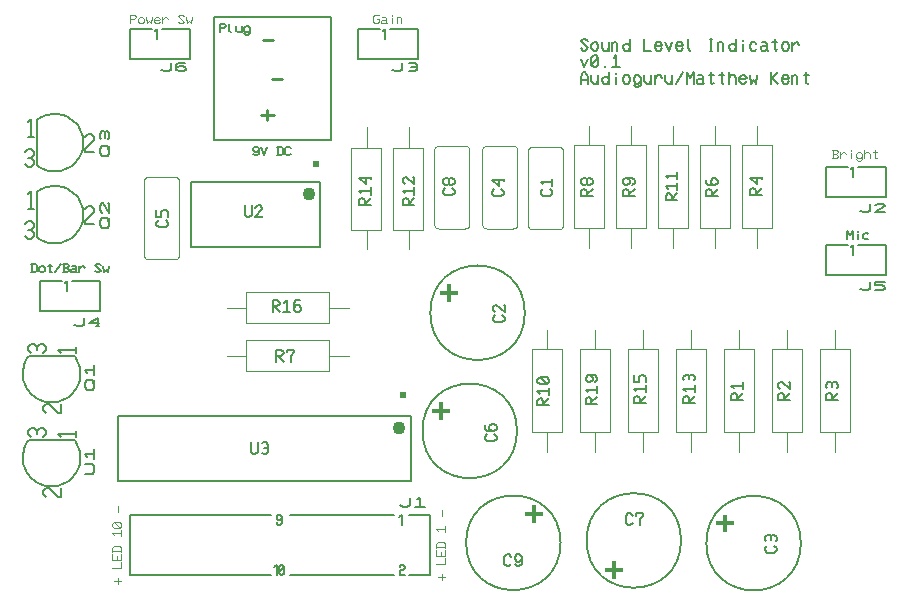
<source format=gto>
G04 Generated by Ultiboard 11.0 *
%FSLAX25Y25*%
%MOIN*%

%ADD10C,0.00500*%
%ADD11C,0.00800*%
%ADD12C,0.00004*%
%ADD13C,0.00463*%
%ADD14C,0.00875*%
%ADD15C,0.00612*%
%ADD16C,0.00394*%
%ADD17C,0.04337*%
%ADD18C,0.02369*%


G04 ColorRGB FFFF00 for the following layer *
%LNSilkscreen Top*%
%LPD*%
%FSLAX25Y25*%
%MOIN*%
G54D10*
X189392Y404457D02*
X190176Y403669D01*
X190176Y403669D02*
X190960Y403669D01*
X190960Y403669D02*
X191743Y404457D01*
X191743Y404457D02*
X189392Y406819D01*
X189392Y406819D02*
X190176Y407606D01*
X190176Y407606D02*
X190960Y407606D01*
X190960Y407606D02*
X191743Y406819D01*
X192919Y404457D02*
X193703Y403669D01*
X193703Y403669D02*
X194487Y403669D01*
X194487Y403669D02*
X195271Y404457D01*
X195271Y404457D02*
X195271Y405638D01*
X195271Y405638D02*
X194487Y406425D01*
X194487Y406425D02*
X193703Y406425D01*
X193703Y406425D02*
X192919Y405638D01*
X192919Y405638D02*
X192919Y404457D01*
X196447Y406425D02*
X196447Y404457D01*
X196447Y404457D02*
X197230Y403669D01*
X197230Y403669D02*
X198014Y403669D01*
X198014Y403669D02*
X198798Y404457D01*
X198798Y404457D02*
X198798Y406425D01*
X198798Y404457D02*
X198798Y403669D01*
X199974Y403669D02*
X199974Y406031D01*
X199974Y406031D02*
X199974Y406425D01*
X199974Y406031D02*
X200366Y406425D01*
X200366Y406425D02*
X201150Y406425D01*
X201150Y406425D02*
X201542Y406031D01*
X201542Y406031D02*
X201542Y403669D01*
X205853Y404457D02*
X205069Y403669D01*
X205069Y403669D02*
X204285Y403669D01*
X204285Y403669D02*
X203501Y404457D01*
X203501Y404457D02*
X203501Y405244D01*
X203501Y405244D02*
X204285Y406031D01*
X204285Y406031D02*
X205069Y406031D01*
X205069Y406031D02*
X205853Y405244D01*
X205853Y407606D02*
X205853Y403669D01*
X210556Y407606D02*
X210556Y403669D01*
X210556Y403669D02*
X212907Y403669D01*
X216435Y404457D02*
X215651Y403669D01*
X215651Y403669D02*
X214867Y403669D01*
X214867Y403669D02*
X214083Y404457D01*
X214083Y404457D02*
X214083Y405638D01*
X214083Y405638D02*
X214867Y406425D01*
X214867Y406425D02*
X215651Y406425D01*
X215651Y406425D02*
X216435Y405638D01*
X216435Y405638D02*
X216043Y405244D01*
X216043Y405244D02*
X214083Y405244D01*
X217610Y406425D02*
X218786Y403669D01*
X218786Y403669D02*
X219962Y406425D01*
X223489Y404457D02*
X222705Y403669D01*
X222705Y403669D02*
X221922Y403669D01*
X221922Y403669D02*
X221138Y404457D01*
X221138Y404457D02*
X221138Y405638D01*
X221138Y405638D02*
X221922Y406425D01*
X221922Y406425D02*
X222705Y406425D01*
X222705Y406425D02*
X223489Y405638D01*
X223489Y405638D02*
X223097Y405244D01*
X223097Y405244D02*
X221138Y405244D01*
X225057Y407606D02*
X225057Y404457D01*
X225057Y404457D02*
X225841Y403669D01*
X232503Y403669D02*
X233287Y403669D01*
X232503Y407606D02*
X233287Y407606D01*
X232895Y403669D02*
X232895Y407606D01*
X235247Y403669D02*
X235247Y406031D01*
X235247Y406031D02*
X235247Y406425D01*
X235247Y406031D02*
X235639Y406425D01*
X235639Y406425D02*
X236423Y406425D01*
X236423Y406425D02*
X236815Y406031D01*
X236815Y406031D02*
X236815Y403669D01*
X241126Y404457D02*
X240342Y403669D01*
X240342Y403669D02*
X239558Y403669D01*
X239558Y403669D02*
X238774Y404457D01*
X238774Y404457D02*
X238774Y405244D01*
X238774Y405244D02*
X239558Y406031D01*
X239558Y406031D02*
X240342Y406031D01*
X240342Y406031D02*
X241126Y405244D01*
X241126Y407606D02*
X241126Y403669D01*
X243477Y403669D02*
X243477Y406031D01*
X243477Y406819D02*
X243477Y407213D01*
X247788Y404063D02*
X247397Y403669D01*
X247397Y403669D02*
X246613Y403669D01*
X246613Y403669D02*
X245829Y404457D01*
X245829Y404457D02*
X245829Y405638D01*
X245829Y405638D02*
X246613Y406425D01*
X246613Y406425D02*
X247397Y406425D01*
X247397Y406425D02*
X247788Y406031D01*
X249748Y406425D02*
X250924Y406425D01*
X250924Y406425D02*
X251316Y406031D01*
X251316Y406031D02*
X251316Y404063D01*
X251316Y404063D02*
X250924Y403669D01*
X250924Y403669D02*
X249748Y403669D01*
X249748Y403669D02*
X249356Y404063D01*
X249356Y404063D02*
X249356Y404850D01*
X249356Y404850D02*
X249748Y405244D01*
X249748Y405244D02*
X251316Y405244D01*
X251316Y404063D02*
X251708Y403669D01*
X254843Y404063D02*
X254451Y403669D01*
X254451Y403669D02*
X254059Y404063D01*
X254059Y404063D02*
X254059Y407606D01*
X253275Y406425D02*
X254843Y406425D01*
X256411Y404457D02*
X257195Y403669D01*
X257195Y403669D02*
X257978Y403669D01*
X257978Y403669D02*
X258762Y404457D01*
X258762Y404457D02*
X258762Y405638D01*
X258762Y405638D02*
X257978Y406425D01*
X257978Y406425D02*
X257195Y406425D01*
X257195Y406425D02*
X256411Y405638D01*
X256411Y405638D02*
X256411Y404457D01*
X259938Y405244D02*
X261114Y406425D01*
X261114Y406425D02*
X261506Y406425D01*
X261506Y406425D02*
X262290Y405638D01*
X259938Y403669D02*
X259938Y406425D01*
X189392Y400913D02*
X190568Y398157D01*
X190568Y398157D02*
X191743Y400913D01*
X192919Y401307D02*
X193703Y402094D01*
X193703Y402094D02*
X194487Y402094D01*
X194487Y402094D02*
X195271Y401307D01*
X195271Y401307D02*
X195271Y398945D01*
X195271Y398945D02*
X194487Y398157D01*
X194487Y398157D02*
X193703Y398157D01*
X193703Y398157D02*
X192919Y398945D01*
X192919Y398945D02*
X192919Y401307D01*
X195271Y401307D02*
X192919Y398945D01*
X197622Y398157D02*
X197622Y398551D01*
X200366Y401307D02*
X201150Y402094D01*
X201150Y402094D02*
X201150Y398157D01*
X199974Y398157D02*
X202325Y398157D01*
X189392Y392646D02*
X189392Y395008D01*
X189392Y395008D02*
X190176Y396583D01*
X190176Y396583D02*
X190960Y396583D01*
X190960Y396583D02*
X191743Y395008D01*
X191743Y395008D02*
X191743Y392646D01*
X189392Y393827D02*
X191743Y393827D01*
X192919Y395402D02*
X192919Y393433D01*
X192919Y393433D02*
X193703Y392646D01*
X193703Y392646D02*
X194487Y392646D01*
X194487Y392646D02*
X195271Y393433D01*
X195271Y393433D02*
X195271Y395402D01*
X195271Y393433D02*
X195271Y392646D01*
X198798Y393433D02*
X198014Y392646D01*
X198014Y392646D02*
X197230Y392646D01*
X197230Y392646D02*
X196447Y393433D01*
X196447Y393433D02*
X196447Y394220D01*
X196447Y394220D02*
X197230Y395008D01*
X197230Y395008D02*
X198014Y395008D01*
X198014Y395008D02*
X198798Y394220D01*
X198798Y396583D02*
X198798Y392646D01*
X201150Y392646D02*
X201150Y395008D01*
X201150Y395795D02*
X201150Y396189D01*
X203501Y393433D02*
X204285Y392646D01*
X204285Y392646D02*
X205069Y392646D01*
X205069Y392646D02*
X205853Y393433D01*
X205853Y393433D02*
X205853Y394614D01*
X205853Y394614D02*
X205069Y395402D01*
X205069Y395402D02*
X204285Y395402D01*
X204285Y395402D02*
X203501Y394614D01*
X203501Y394614D02*
X203501Y393433D01*
X207028Y392252D02*
X207812Y391465D01*
X207812Y391465D02*
X208596Y391465D01*
X208596Y391465D02*
X209380Y392252D01*
X209380Y392252D02*
X209380Y393433D01*
X209380Y393433D02*
X209380Y394614D01*
X209380Y394614D02*
X208596Y395402D01*
X208596Y395402D02*
X207812Y395402D01*
X207812Y395402D02*
X207028Y394614D01*
X207028Y394614D02*
X207028Y393433D01*
X207028Y393433D02*
X207812Y392646D01*
X207812Y392646D02*
X208596Y392646D01*
X208596Y392646D02*
X209380Y393433D01*
X210556Y395402D02*
X210556Y393433D01*
X210556Y393433D02*
X211340Y392646D01*
X211340Y392646D02*
X212123Y392646D01*
X212123Y392646D02*
X212907Y393433D01*
X212907Y393433D02*
X212907Y395402D01*
X212907Y393433D02*
X212907Y392646D01*
X214083Y394220D02*
X215259Y395402D01*
X215259Y395402D02*
X215651Y395402D01*
X215651Y395402D02*
X216435Y394614D01*
X214083Y392646D02*
X214083Y395402D01*
X217610Y395402D02*
X217610Y393433D01*
X217610Y393433D02*
X218394Y392646D01*
X218394Y392646D02*
X219178Y392646D01*
X219178Y392646D02*
X219962Y393433D01*
X219962Y393433D02*
X219962Y395402D01*
X219962Y393433D02*
X219962Y392646D01*
X223489Y396583D02*
X221138Y392646D01*
X224665Y392646D02*
X224665Y396583D01*
X224665Y396583D02*
X225841Y394614D01*
X225841Y394614D02*
X227017Y396583D01*
X227017Y396583D02*
X227017Y392646D01*
X228584Y395402D02*
X229760Y395402D01*
X229760Y395402D02*
X230152Y395008D01*
X230152Y395008D02*
X230152Y393039D01*
X230152Y393039D02*
X229760Y392646D01*
X229760Y392646D02*
X228584Y392646D01*
X228584Y392646D02*
X228192Y393039D01*
X228192Y393039D02*
X228192Y393827D01*
X228192Y393827D02*
X228584Y394220D01*
X228584Y394220D02*
X230152Y394220D01*
X230152Y393039D02*
X230544Y392646D01*
X233679Y393039D02*
X233287Y392646D01*
X233287Y392646D02*
X232895Y393039D01*
X232895Y393039D02*
X232895Y396583D01*
X232112Y395402D02*
X233679Y395402D01*
X237207Y393039D02*
X236815Y392646D01*
X236815Y392646D02*
X236423Y393039D01*
X236423Y393039D02*
X236423Y396583D01*
X235639Y395402D02*
X237207Y395402D01*
X238774Y394614D02*
X239558Y395402D01*
X239558Y395402D02*
X240342Y395402D01*
X240342Y395402D02*
X241126Y394614D01*
X241126Y394614D02*
X241126Y392646D01*
X238774Y396583D02*
X238774Y392646D01*
X244653Y393433D02*
X243869Y392646D01*
X243869Y392646D02*
X243085Y392646D01*
X243085Y392646D02*
X242302Y393433D01*
X242302Y393433D02*
X242302Y394614D01*
X242302Y394614D02*
X243085Y395402D01*
X243085Y395402D02*
X243869Y395402D01*
X243869Y395402D02*
X244653Y394614D01*
X244653Y394614D02*
X244261Y394220D01*
X244261Y394220D02*
X242302Y394220D01*
X245829Y395402D02*
X246221Y392646D01*
X246221Y392646D02*
X247005Y393827D01*
X247005Y393827D02*
X247788Y392646D01*
X247788Y392646D02*
X248180Y395402D01*
X252883Y392646D02*
X252883Y396583D01*
X252883Y394614D02*
X253275Y394614D01*
X253275Y394614D02*
X255235Y396583D01*
X253275Y394614D02*
X255235Y392646D01*
X258762Y393433D02*
X257978Y392646D01*
X257978Y392646D02*
X257195Y392646D01*
X257195Y392646D02*
X256411Y393433D01*
X256411Y393433D02*
X256411Y394614D01*
X256411Y394614D02*
X257195Y395402D01*
X257195Y395402D02*
X257978Y395402D01*
X257978Y395402D02*
X258762Y394614D01*
X258762Y394614D02*
X258370Y394220D01*
X258370Y394220D02*
X256411Y394220D01*
X259938Y392646D02*
X259938Y395008D01*
X259938Y395008D02*
X259938Y395402D01*
X259938Y395008D02*
X260330Y395402D01*
X260330Y395402D02*
X261114Y395402D01*
X261114Y395402D02*
X261506Y395008D01*
X261506Y395008D02*
X261506Y392646D01*
X265425Y393039D02*
X265033Y392646D01*
X265033Y392646D02*
X264641Y393039D01*
X264641Y393039D02*
X264641Y396583D01*
X263857Y395402D02*
X265425Y395402D01*
X6296Y329727D02*
X7481Y329727D01*
X7481Y329727D02*
X8073Y330322D01*
X8073Y330322D02*
X8073Y332107D01*
X8073Y332107D02*
X7481Y332702D01*
X7481Y332702D02*
X6296Y332702D01*
X6592Y332702D02*
X6592Y329727D01*
X8962Y330322D02*
X9554Y329727D01*
X9554Y329727D02*
X10147Y329727D01*
X10147Y329727D02*
X10739Y330322D01*
X10739Y330322D02*
X10739Y331215D01*
X10739Y331215D02*
X10147Y331810D01*
X10147Y331810D02*
X9554Y331810D01*
X9554Y331810D02*
X8962Y331215D01*
X8962Y331215D02*
X8962Y330322D01*
X13109Y330025D02*
X12813Y329727D01*
X12813Y329727D02*
X12516Y330025D01*
X12516Y330025D02*
X12516Y332702D01*
X11924Y331810D02*
X13109Y331810D01*
X16071Y332702D02*
X14294Y329727D01*
X16960Y329727D02*
X18144Y329727D01*
X18144Y329727D02*
X18737Y330322D01*
X18737Y330322D02*
X18737Y330620D01*
X18737Y330620D02*
X18144Y331215D01*
X18144Y331215D02*
X18737Y331810D01*
X18737Y331810D02*
X18737Y332107D01*
X18737Y332107D02*
X18144Y332702D01*
X18144Y332702D02*
X17256Y332702D01*
X17256Y332702D02*
X16960Y332702D01*
X17256Y331215D02*
X18144Y331215D01*
X17256Y332702D02*
X17256Y329727D01*
X19922Y331810D02*
X20810Y331810D01*
X20810Y331810D02*
X21106Y331512D01*
X21106Y331512D02*
X21106Y330025D01*
X21106Y330025D02*
X20810Y329727D01*
X20810Y329727D02*
X19922Y329727D01*
X19922Y329727D02*
X19625Y330025D01*
X19625Y330025D02*
X19625Y330620D01*
X19625Y330620D02*
X19922Y330917D01*
X19922Y330917D02*
X21106Y330917D01*
X21106Y330025D02*
X21403Y329727D01*
X22291Y330917D02*
X23180Y331810D01*
X23180Y331810D02*
X23476Y331810D01*
X23476Y331810D02*
X24068Y331215D01*
X22291Y329727D02*
X22291Y331810D01*
X27623Y330322D02*
X28215Y329727D01*
X28215Y329727D02*
X28808Y329727D01*
X28808Y329727D02*
X29400Y330322D01*
X29400Y330322D02*
X27623Y332107D01*
X27623Y332107D02*
X28215Y332702D01*
X28215Y332702D02*
X28808Y332702D01*
X28808Y332702D02*
X29400Y332107D01*
X30289Y331810D02*
X30585Y329727D01*
X30585Y329727D02*
X31177Y330620D01*
X31177Y330620D02*
X31770Y329727D01*
X31770Y329727D02*
X32066Y331810D01*
X80296Y369322D02*
X80889Y368727D01*
X80889Y368727D02*
X81481Y368727D01*
X81481Y368727D02*
X82073Y369322D01*
X82073Y369322D02*
X82073Y370512D01*
X82073Y370512D02*
X82073Y371107D01*
X82073Y371107D02*
X81481Y371702D01*
X81481Y371702D02*
X80889Y371702D01*
X80889Y371702D02*
X80296Y371107D01*
X80296Y371107D02*
X80296Y370512D01*
X80296Y370512D02*
X80889Y369917D01*
X80889Y369917D02*
X81481Y369917D01*
X81481Y369917D02*
X82073Y370512D01*
X82962Y371702D02*
X83851Y368727D01*
X83851Y368727D02*
X84739Y371702D01*
X88294Y368727D02*
X89478Y368727D01*
X89478Y368727D02*
X90071Y369322D01*
X90071Y369322D02*
X90071Y371107D01*
X90071Y371107D02*
X89478Y371702D01*
X89478Y371702D02*
X88294Y371702D01*
X88590Y371702D02*
X88590Y368727D01*
X92737Y369322D02*
X92144Y368727D01*
X92144Y368727D02*
X91552Y368727D01*
X91552Y368727D02*
X90960Y369322D01*
X90960Y369322D02*
X90960Y371107D01*
X90960Y371107D02*
X91552Y371702D01*
X91552Y371702D02*
X92144Y371702D01*
X92144Y371702D02*
X92737Y371107D01*
X69296Y409727D02*
X69296Y412702D01*
X69296Y412702D02*
X70481Y412702D01*
X70481Y412702D02*
X71073Y412107D01*
X71073Y412107D02*
X71073Y411810D01*
X71073Y411810D02*
X70481Y411215D01*
X70481Y411215D02*
X69296Y411215D01*
X72258Y412702D02*
X72258Y410322D01*
X72258Y410322D02*
X72851Y409727D01*
X74628Y411810D02*
X74628Y410322D01*
X74628Y410322D02*
X75220Y409727D01*
X75220Y409727D02*
X75813Y409727D01*
X75813Y409727D02*
X76405Y410322D01*
X76405Y410322D02*
X76405Y411810D01*
X76405Y410322D02*
X76405Y409727D01*
X77294Y409430D02*
X77886Y408835D01*
X77886Y408835D02*
X78478Y408835D01*
X78478Y408835D02*
X79071Y409430D01*
X79071Y409430D02*
X79071Y410322D01*
X79071Y410322D02*
X79071Y411215D01*
X79071Y411215D02*
X78478Y411810D01*
X78478Y411810D02*
X77886Y411810D01*
X77886Y411810D02*
X77294Y411215D01*
X77294Y411215D02*
X77294Y410322D01*
X77294Y410322D02*
X77886Y409727D01*
X77886Y409727D02*
X78478Y409727D01*
X78478Y409727D02*
X79071Y410322D01*
X278296Y340727D02*
X278296Y343702D01*
X278296Y343702D02*
X279185Y342215D01*
X279185Y342215D02*
X280073Y343702D01*
X280073Y343702D02*
X280073Y340727D01*
X281851Y340727D02*
X281851Y342512D01*
X281851Y343107D02*
X281851Y343405D01*
X285109Y341025D02*
X284813Y340727D01*
X284813Y340727D02*
X284220Y340727D01*
X284220Y340727D02*
X283628Y341322D01*
X283628Y341322D02*
X283628Y342215D01*
X283628Y342215D02*
X284220Y342810D01*
X284220Y342810D02*
X284813Y342810D01*
X284813Y342810D02*
X285109Y342512D01*
G54D11*
X253946Y238668D02*
X254733Y237884D01*
X254733Y237884D02*
X254733Y237100D01*
X254733Y237100D02*
X253946Y236316D01*
X253946Y236316D02*
X251584Y236316D01*
X251584Y236316D02*
X250796Y237100D01*
X250796Y237100D02*
X250796Y237884D01*
X250796Y237884D02*
X251584Y238668D01*
X251190Y240236D02*
X250796Y240628D01*
X250796Y240628D02*
X250796Y241412D01*
X250796Y241412D02*
X251584Y242195D01*
X251584Y242195D02*
X252371Y242195D01*
X252371Y242195D02*
X252765Y241804D01*
X252765Y241804D02*
X253158Y242195D01*
X253158Y242195D02*
X253946Y242195D01*
X253946Y242195D02*
X254733Y241412D01*
X254733Y241412D02*
X254733Y240628D01*
X254733Y240628D02*
X254340Y240236D01*
X252765Y240628D02*
X252765Y241804D01*
X249660Y355644D02*
X245723Y355644D01*
X245723Y355644D02*
X245723Y357212D01*
X245723Y357212D02*
X246511Y357996D01*
X246511Y357996D02*
X246904Y357996D01*
X246904Y357996D02*
X247692Y357212D01*
X247692Y357212D02*
X247692Y355644D01*
X247692Y356036D02*
X249660Y357996D01*
X248086Y361523D02*
X248086Y359171D01*
X248086Y359171D02*
X245723Y361131D01*
X245723Y361131D02*
X249660Y361131D01*
X249660Y360739D02*
X249660Y361523D01*
X129151Y252293D02*
X130262Y251698D01*
X130262Y251698D02*
X131373Y251698D01*
X131373Y251698D02*
X132484Y252293D01*
X132484Y252293D02*
X132484Y254674D01*
X134706Y254079D02*
X135817Y254674D01*
X135817Y254674D02*
X135817Y251698D01*
X134151Y251698D02*
X137484Y251698D01*
X166225Y232576D02*
X165441Y231789D01*
X165441Y231789D02*
X164657Y231789D01*
X164657Y231789D02*
X163873Y232576D01*
X163873Y232576D02*
X163873Y234938D01*
X163873Y234938D02*
X164657Y235726D01*
X164657Y235726D02*
X165441Y235726D01*
X165441Y235726D02*
X166225Y234938D01*
X167401Y232576D02*
X168185Y231789D01*
X168185Y231789D02*
X168968Y231789D01*
X168968Y231789D02*
X169752Y232576D01*
X169752Y232576D02*
X169752Y234151D01*
X169752Y234151D02*
X169752Y234938D01*
X169752Y234938D02*
X168968Y235726D01*
X168968Y235726D02*
X168185Y235726D01*
X168185Y235726D02*
X167401Y234938D01*
X167401Y234938D02*
X167401Y234151D01*
X167401Y234151D02*
X168185Y233363D01*
X168185Y233363D02*
X168968Y233363D01*
X168968Y233363D02*
X169752Y234151D01*
X206720Y246252D02*
X205936Y245465D01*
X205936Y245465D02*
X205153Y245465D01*
X205153Y245465D02*
X204369Y246252D01*
X204369Y246252D02*
X204369Y248614D01*
X204369Y248614D02*
X205153Y249402D01*
X205153Y249402D02*
X205936Y249402D01*
X205936Y249402D02*
X206720Y248614D01*
X209072Y245465D02*
X209072Y247433D01*
X209072Y247433D02*
X210248Y248614D01*
X210248Y248614D02*
X210248Y249402D01*
X210248Y249402D02*
X207896Y249402D01*
X207896Y249402D02*
X207896Y248614D01*
X79392Y273118D02*
X79392Y269969D01*
X79392Y269969D02*
X80176Y269181D01*
X80176Y269181D02*
X80960Y269181D01*
X80960Y269181D02*
X81744Y269969D01*
X81744Y269969D02*
X81744Y273118D01*
X83311Y272724D02*
X83703Y273118D01*
X83703Y273118D02*
X84487Y273118D01*
X84487Y273118D02*
X85271Y272331D01*
X85271Y272331D02*
X85271Y271543D01*
X85271Y271543D02*
X84879Y271150D01*
X84879Y271150D02*
X85271Y270756D01*
X85271Y270756D02*
X85271Y269969D01*
X85271Y269969D02*
X84487Y269181D01*
X84487Y269181D02*
X83703Y269181D01*
X83703Y269181D02*
X83311Y269575D01*
X83703Y271150D02*
X84879Y271150D01*
X126556Y397321D02*
X127667Y396726D01*
X127667Y396726D02*
X128778Y396726D01*
X128778Y396726D02*
X129889Y397321D01*
X129889Y397321D02*
X129889Y399702D01*
X132111Y399405D02*
X132667Y399702D01*
X132667Y399702D02*
X133778Y399702D01*
X133778Y399702D02*
X134889Y399107D01*
X134889Y399107D02*
X134889Y398512D01*
X134889Y398512D02*
X134333Y398214D01*
X134333Y398214D02*
X134889Y397917D01*
X134889Y397917D02*
X134889Y397321D01*
X134889Y397321D02*
X133778Y396726D01*
X133778Y396726D02*
X132667Y396726D01*
X132667Y396726D02*
X132111Y397024D01*
X132667Y398214D02*
X134333Y398214D01*
X31679Y368556D02*
X32274Y369667D01*
X32274Y369667D02*
X32274Y370778D01*
X32274Y370778D02*
X31679Y371889D01*
X31679Y371889D02*
X29893Y371889D01*
X29893Y371889D02*
X29298Y370778D01*
X29298Y370778D02*
X29298Y369667D01*
X29298Y369667D02*
X29893Y368556D01*
X29893Y368556D02*
X31679Y368556D01*
X31679Y370778D02*
X32274Y371889D01*
X29595Y374111D02*
X29298Y374667D01*
X29298Y374667D02*
X29298Y375778D01*
X29298Y375778D02*
X29893Y376889D01*
X29893Y376889D02*
X30488Y376889D01*
X30488Y376889D02*
X30786Y376333D01*
X30786Y376333D02*
X31083Y376889D01*
X31083Y376889D02*
X31679Y376889D01*
X31679Y376889D02*
X32274Y375778D01*
X32274Y375778D02*
X32274Y374667D01*
X32274Y374667D02*
X31976Y374111D01*
X30786Y374667D02*
X30786Y376333D01*
X119379Y352174D02*
X115442Y352174D01*
X115442Y352174D02*
X115442Y353742D01*
X115442Y353742D02*
X116230Y354526D01*
X116230Y354526D02*
X116623Y354526D01*
X116623Y354526D02*
X117411Y353742D01*
X117411Y353742D02*
X117411Y352174D01*
X117411Y352566D02*
X119379Y354526D01*
X116230Y356094D02*
X115442Y356878D01*
X115442Y356878D02*
X119379Y356878D01*
X119379Y355702D02*
X119379Y358053D01*
X117804Y361581D02*
X117804Y359229D01*
X117804Y359229D02*
X115442Y361189D01*
X115442Y361189D02*
X119379Y361189D01*
X119379Y360797D02*
X119379Y361581D01*
X86706Y316463D02*
X86706Y320401D01*
X86706Y320401D02*
X88274Y320401D01*
X88274Y320401D02*
X89058Y319613D01*
X89058Y319613D02*
X89058Y319219D01*
X89058Y319219D02*
X88274Y318432D01*
X88274Y318432D02*
X86706Y318432D01*
X87098Y318432D02*
X89058Y316463D01*
X90626Y319613D02*
X91410Y320401D01*
X91410Y320401D02*
X91410Y316463D01*
X90234Y316463D02*
X92585Y316463D01*
X95721Y320401D02*
X94545Y320401D01*
X94545Y320401D02*
X93761Y319613D01*
X93761Y319613D02*
X93761Y318038D01*
X93761Y318038D02*
X93761Y317251D01*
X93761Y317251D02*
X94545Y316463D01*
X94545Y316463D02*
X95329Y316463D01*
X95329Y316463D02*
X96113Y317251D01*
X96113Y317251D02*
X96113Y318038D01*
X96113Y318038D02*
X95329Y318826D01*
X95329Y318826D02*
X94545Y318826D01*
X94545Y318826D02*
X93761Y318038D01*
X87971Y300034D02*
X87971Y303971D01*
X87971Y303971D02*
X89539Y303971D01*
X89539Y303971D02*
X90323Y303183D01*
X90323Y303183D02*
X90323Y302789D01*
X90323Y302789D02*
X89539Y302002D01*
X89539Y302002D02*
X87971Y302002D01*
X88363Y302002D02*
X90323Y300034D01*
X92675Y300034D02*
X92675Y302002D01*
X92675Y302002D02*
X93851Y303183D01*
X93851Y303183D02*
X93851Y303971D01*
X93851Y303971D02*
X91499Y303971D01*
X91499Y303971D02*
X91499Y303183D01*
X77392Y352118D02*
X77392Y348969D01*
X77392Y348969D02*
X78176Y348181D01*
X78176Y348181D02*
X78960Y348181D01*
X78960Y348181D02*
X79744Y348969D01*
X79744Y348969D02*
X79744Y352118D01*
X80920Y351331D02*
X81703Y352118D01*
X81703Y352118D02*
X82487Y352118D01*
X82487Y352118D02*
X83271Y351331D01*
X83271Y351331D02*
X83271Y350937D01*
X83271Y350937D02*
X80920Y348181D01*
X80920Y348181D02*
X83271Y348181D01*
X83271Y348181D02*
X83271Y348575D01*
X20556Y312321D02*
X21667Y311726D01*
X21667Y311726D02*
X22778Y311726D01*
X22778Y311726D02*
X23889Y312321D01*
X23889Y312321D02*
X23889Y314702D01*
X28889Y312917D02*
X25556Y312917D01*
X25556Y312917D02*
X28333Y314702D01*
X28333Y314702D02*
X28333Y311726D01*
X27778Y311726D02*
X28889Y311726D01*
X26679Y290556D02*
X27274Y291667D01*
X27274Y291667D02*
X27274Y292778D01*
X27274Y292778D02*
X26679Y293889D01*
X26679Y293889D02*
X24893Y293889D01*
X24893Y293889D02*
X24298Y292778D01*
X24298Y292778D02*
X24298Y291667D01*
X24298Y291667D02*
X24893Y290556D01*
X24893Y290556D02*
X26679Y290556D01*
X26679Y292778D02*
X27274Y293889D01*
X24893Y296111D02*
X24298Y297222D01*
X24298Y297222D02*
X27274Y297222D01*
X27274Y295556D02*
X27274Y298889D01*
X24298Y262556D02*
X26679Y262556D01*
X26679Y262556D02*
X27274Y263667D01*
X27274Y263667D02*
X27274Y264778D01*
X27274Y264778D02*
X26679Y265889D01*
X26679Y265889D02*
X24298Y265889D01*
X24893Y268111D02*
X24298Y269222D01*
X24298Y269222D02*
X27274Y269222D01*
X27274Y267556D02*
X27274Y270889D01*
X31679Y344556D02*
X32274Y345667D01*
X32274Y345667D02*
X32274Y346778D01*
X32274Y346778D02*
X31679Y347889D01*
X31679Y347889D02*
X29893Y347889D01*
X29893Y347889D02*
X29298Y346778D01*
X29298Y346778D02*
X29298Y345667D01*
X29298Y345667D02*
X29893Y344556D01*
X29893Y344556D02*
X31679Y344556D01*
X31679Y346778D02*
X32274Y347889D01*
X29893Y349556D02*
X29298Y350667D01*
X29298Y350667D02*
X29298Y351778D01*
X29298Y351778D02*
X29893Y352889D01*
X29893Y352889D02*
X30190Y352889D01*
X30190Y352889D02*
X32274Y349556D01*
X32274Y349556D02*
X32274Y352889D01*
X32274Y352889D02*
X31976Y352889D01*
X49556Y397321D02*
X50667Y396726D01*
X50667Y396726D02*
X51778Y396726D01*
X51778Y396726D02*
X52889Y397321D01*
X52889Y397321D02*
X52889Y399702D01*
X57333Y399702D02*
X55667Y399702D01*
X55667Y399702D02*
X54556Y399107D01*
X54556Y399107D02*
X54556Y397917D01*
X54556Y397917D02*
X54556Y397321D01*
X54556Y397321D02*
X55667Y396726D01*
X55667Y396726D02*
X56778Y396726D01*
X56778Y396726D02*
X57889Y397321D01*
X57889Y397321D02*
X57889Y397917D01*
X57889Y397917D02*
X56778Y398512D01*
X56778Y398512D02*
X55667Y398512D01*
X55667Y398512D02*
X54556Y397917D01*
X193331Y355337D02*
X189394Y355337D01*
X189394Y355337D02*
X189394Y356905D01*
X189394Y356905D02*
X190181Y357689D01*
X190181Y357689D02*
X190575Y357689D01*
X190575Y357689D02*
X191362Y356905D01*
X191362Y356905D02*
X191362Y355337D01*
X191362Y355729D02*
X193331Y357689D01*
X193331Y360432D02*
X193331Y359648D01*
X193331Y359648D02*
X192543Y358864D01*
X192543Y358864D02*
X191756Y358864D01*
X191756Y358864D02*
X191362Y359256D01*
X191362Y359256D02*
X190969Y358864D01*
X190969Y358864D02*
X190181Y358864D01*
X190181Y358864D02*
X189394Y359648D01*
X189394Y359648D02*
X189394Y360432D01*
X189394Y360432D02*
X190181Y361216D01*
X190181Y361216D02*
X190969Y361216D01*
X190969Y361216D02*
X191362Y360824D01*
X191362Y360824D02*
X191756Y361216D01*
X191756Y361216D02*
X192543Y361216D01*
X192543Y361216D02*
X193331Y360432D01*
X191362Y359256D02*
X191362Y360824D01*
X207331Y355337D02*
X203394Y355337D01*
X203394Y355337D02*
X203394Y356905D01*
X203394Y356905D02*
X204181Y357689D01*
X204181Y357689D02*
X204575Y357689D01*
X204575Y357689D02*
X205362Y356905D01*
X205362Y356905D02*
X205362Y355337D01*
X205362Y355729D02*
X207331Y357689D01*
X206543Y358864D02*
X207331Y359648D01*
X207331Y359648D02*
X207331Y360432D01*
X207331Y360432D02*
X206543Y361216D01*
X206543Y361216D02*
X204969Y361216D01*
X204969Y361216D02*
X204181Y361216D01*
X204181Y361216D02*
X203394Y360432D01*
X203394Y360432D02*
X203394Y359648D01*
X203394Y359648D02*
X204181Y358864D01*
X204181Y358864D02*
X204969Y358864D01*
X204969Y358864D02*
X205756Y359648D01*
X205756Y359648D02*
X205756Y360432D01*
X205756Y360432D02*
X204969Y361216D01*
X221616Y353757D02*
X217679Y353757D01*
X217679Y353757D02*
X217679Y355325D01*
X217679Y355325D02*
X218467Y356109D01*
X218467Y356109D02*
X218860Y356109D01*
X218860Y356109D02*
X219648Y355325D01*
X219648Y355325D02*
X219648Y353757D01*
X219648Y354149D02*
X221616Y356109D01*
X218467Y357677D02*
X217679Y358461D01*
X217679Y358461D02*
X221616Y358461D01*
X221616Y357285D02*
X221616Y359637D01*
X218467Y361204D02*
X217679Y361988D01*
X217679Y361988D02*
X221616Y361988D01*
X221616Y360812D02*
X221616Y363164D01*
X235057Y355189D02*
X231120Y355189D01*
X231120Y355189D02*
X231120Y356756D01*
X231120Y356756D02*
X231908Y357540D01*
X231908Y357540D02*
X232302Y357540D01*
X232302Y357540D02*
X233089Y356756D01*
X233089Y356756D02*
X233089Y355189D01*
X233089Y355580D02*
X235057Y357540D01*
X231120Y360676D02*
X231120Y359500D01*
X231120Y359500D02*
X231908Y358716D01*
X231908Y358716D02*
X233483Y358716D01*
X233483Y358716D02*
X234270Y358716D01*
X234270Y358716D02*
X235057Y359500D01*
X235057Y359500D02*
X235057Y360284D01*
X235057Y360284D02*
X234270Y361068D01*
X234270Y361068D02*
X233483Y361068D01*
X233483Y361068D02*
X232695Y360284D01*
X232695Y360284D02*
X232695Y359500D01*
X232695Y359500D02*
X233483Y358716D01*
X133946Y352174D02*
X130009Y352174D01*
X130009Y352174D02*
X130009Y353742D01*
X130009Y353742D02*
X130797Y354526D01*
X130797Y354526D02*
X131190Y354526D01*
X131190Y354526D02*
X131978Y353742D01*
X131978Y353742D02*
X131978Y352174D01*
X131978Y352566D02*
X133946Y354526D01*
X130797Y356094D02*
X130009Y356878D01*
X130009Y356878D02*
X133946Y356878D01*
X133946Y355702D02*
X133946Y358053D01*
X130797Y359229D02*
X130009Y360013D01*
X130009Y360013D02*
X130009Y360797D01*
X130009Y360797D02*
X130797Y361581D01*
X130797Y361581D02*
X131190Y361581D01*
X131190Y361581D02*
X133946Y359229D01*
X133946Y359229D02*
X133946Y361581D01*
X133946Y361581D02*
X133552Y361581D01*
X194930Y285993D02*
X190993Y285993D01*
X190993Y285993D02*
X190993Y287561D01*
X190993Y287561D02*
X191781Y288345D01*
X191781Y288345D02*
X192174Y288345D01*
X192174Y288345D02*
X192962Y287561D01*
X192962Y287561D02*
X192962Y285993D01*
X192962Y286385D02*
X194930Y288345D01*
X191781Y289913D02*
X190993Y290697D01*
X190993Y290697D02*
X194930Y290697D01*
X194930Y289521D02*
X194930Y291872D01*
X194143Y293048D02*
X194930Y293832D01*
X194930Y293832D02*
X194930Y294616D01*
X194930Y294616D02*
X194143Y295400D01*
X194143Y295400D02*
X192568Y295400D01*
X192568Y295400D02*
X191781Y295400D01*
X191781Y295400D02*
X190993Y294616D01*
X190993Y294616D02*
X190993Y293832D01*
X190993Y293832D02*
X191781Y293048D01*
X191781Y293048D02*
X192568Y293048D01*
X192568Y293048D02*
X193356Y293832D01*
X193356Y293832D02*
X193356Y294616D01*
X193356Y294616D02*
X192568Y295400D01*
X163270Y315409D02*
X164057Y314625D01*
X164057Y314625D02*
X164057Y313841D01*
X164057Y313841D02*
X163270Y313057D01*
X163270Y313057D02*
X160908Y313057D01*
X160908Y313057D02*
X160120Y313841D01*
X160120Y313841D02*
X160120Y314625D01*
X160120Y314625D02*
X160908Y315409D01*
X160908Y316585D02*
X160120Y317369D01*
X160120Y317369D02*
X160120Y318153D01*
X160120Y318153D02*
X160908Y318937D01*
X160908Y318937D02*
X161301Y318937D01*
X161301Y318937D02*
X164057Y316585D01*
X164057Y316585D02*
X164057Y318937D01*
X164057Y318937D02*
X163664Y318937D01*
X178819Y285392D02*
X174882Y285392D01*
X174882Y285392D02*
X174882Y286960D01*
X174882Y286960D02*
X175669Y287744D01*
X175669Y287744D02*
X176063Y287744D01*
X176063Y287744D02*
X176850Y286960D01*
X176850Y286960D02*
X176850Y285392D01*
X176850Y285784D02*
X178819Y287744D01*
X175669Y289311D02*
X174882Y290095D01*
X174882Y290095D02*
X178819Y290095D01*
X178819Y288920D02*
X178819Y291271D01*
X175669Y292447D02*
X174882Y293231D01*
X174882Y293231D02*
X174882Y294015D01*
X174882Y294015D02*
X175669Y294799D01*
X175669Y294799D02*
X178031Y294799D01*
X178031Y294799D02*
X178819Y294015D01*
X178819Y294015D02*
X178819Y293231D01*
X178819Y293231D02*
X178031Y292447D01*
X178031Y292447D02*
X175669Y292447D01*
X175669Y294799D02*
X178031Y292447D01*
X160543Y275744D02*
X161331Y274960D01*
X161331Y274960D02*
X161331Y274176D01*
X161331Y274176D02*
X160543Y273392D01*
X160543Y273392D02*
X158181Y273392D01*
X158181Y273392D02*
X157394Y274176D01*
X157394Y274176D02*
X157394Y274960D01*
X157394Y274960D02*
X158181Y275744D01*
X157394Y278879D02*
X157394Y277703D01*
X157394Y277703D02*
X158181Y276920D01*
X158181Y276920D02*
X159756Y276920D01*
X159756Y276920D02*
X160543Y276920D01*
X160543Y276920D02*
X161331Y277703D01*
X161331Y277703D02*
X161331Y278487D01*
X161331Y278487D02*
X160543Y279271D01*
X160543Y279271D02*
X159756Y279271D01*
X159756Y279271D02*
X158969Y278487D01*
X158969Y278487D02*
X158969Y277703D01*
X158969Y277703D02*
X159756Y276920D01*
X211026Y286234D02*
X207089Y286234D01*
X207089Y286234D02*
X207089Y287802D01*
X207089Y287802D02*
X207877Y288586D01*
X207877Y288586D02*
X208270Y288586D01*
X208270Y288586D02*
X209058Y287802D01*
X209058Y287802D02*
X209058Y286234D01*
X209058Y286626D02*
X211026Y288586D01*
X207877Y290154D02*
X207089Y290938D01*
X207089Y290938D02*
X211026Y290938D01*
X211026Y289762D02*
X211026Y292114D01*
X207089Y295641D02*
X207089Y293290D01*
X207089Y293290D02*
X208664Y293290D01*
X208664Y293290D02*
X208664Y294857D01*
X208664Y294857D02*
X209452Y295641D01*
X209452Y295641D02*
X210239Y295641D01*
X210239Y295641D02*
X211026Y294857D01*
X211026Y294857D02*
X211026Y293290D01*
X227512Y286275D02*
X223575Y286275D01*
X223575Y286275D02*
X223575Y287843D01*
X223575Y287843D02*
X224363Y288627D01*
X224363Y288627D02*
X224756Y288627D01*
X224756Y288627D02*
X225544Y287843D01*
X225544Y287843D02*
X225544Y286275D01*
X225544Y286667D02*
X227512Y288627D01*
X224363Y290194D02*
X223575Y290978D01*
X223575Y290978D02*
X227512Y290978D01*
X227512Y289803D02*
X227512Y292154D01*
X223969Y293722D02*
X223575Y294114D01*
X223575Y294114D02*
X223575Y294898D01*
X223575Y294898D02*
X224363Y295682D01*
X224363Y295682D02*
X225150Y295682D01*
X225150Y295682D02*
X225544Y295290D01*
X225544Y295290D02*
X225937Y295682D01*
X225937Y295682D02*
X226725Y295682D01*
X226725Y295682D02*
X227512Y294898D01*
X227512Y294898D02*
X227512Y294114D01*
X227512Y294114D02*
X227119Y293722D01*
X225544Y294114D02*
X225544Y295290D01*
X243554Y287313D02*
X239617Y287313D01*
X239617Y287313D02*
X239617Y288881D01*
X239617Y288881D02*
X240404Y289665D01*
X240404Y289665D02*
X240798Y289665D01*
X240798Y289665D02*
X241585Y288881D01*
X241585Y288881D02*
X241585Y287313D01*
X241585Y287705D02*
X243554Y289665D01*
X240404Y291232D02*
X239617Y292016D01*
X239617Y292016D02*
X243554Y292016D01*
X243554Y290840D02*
X243554Y293192D01*
X259120Y287313D02*
X255183Y287313D01*
X255183Y287313D02*
X255183Y288881D01*
X255183Y288881D02*
X255971Y289665D01*
X255971Y289665D02*
X256365Y289665D01*
X256365Y289665D02*
X257152Y288881D01*
X257152Y288881D02*
X257152Y287313D01*
X257152Y287705D02*
X259120Y289665D01*
X255971Y290840D02*
X255183Y291624D01*
X255183Y291624D02*
X255183Y292408D01*
X255183Y292408D02*
X255971Y293192D01*
X255971Y293192D02*
X256365Y293192D01*
X256365Y293192D02*
X259120Y290840D01*
X259120Y290840D02*
X259120Y293192D01*
X259120Y293192D02*
X258727Y293192D01*
X275120Y287199D02*
X271183Y287199D01*
X271183Y287199D02*
X271183Y288767D01*
X271183Y288767D02*
X271971Y289551D01*
X271971Y289551D02*
X272365Y289551D01*
X272365Y289551D02*
X273152Y288767D01*
X273152Y288767D02*
X273152Y287199D01*
X273152Y287591D02*
X275120Y289551D01*
X271577Y291119D02*
X271183Y291511D01*
X271183Y291511D02*
X271183Y292295D01*
X271183Y292295D02*
X271971Y293079D01*
X271971Y293079D02*
X272758Y293079D01*
X272758Y293079D02*
X273152Y292687D01*
X273152Y292687D02*
X273546Y293079D01*
X273546Y293079D02*
X274333Y293079D01*
X274333Y293079D02*
X275120Y292295D01*
X275120Y292295D02*
X275120Y291511D01*
X275120Y291511D02*
X274727Y291119D01*
X273152Y291511D02*
X273152Y292687D01*
X282556Y350321D02*
X283667Y349726D01*
X283667Y349726D02*
X284778Y349726D01*
X284778Y349726D02*
X285889Y350321D01*
X285889Y350321D02*
X285889Y352702D01*
X287556Y352107D02*
X288667Y352702D01*
X288667Y352702D02*
X289778Y352702D01*
X289778Y352702D02*
X290889Y352107D01*
X290889Y352107D02*
X290889Y351810D01*
X290889Y351810D02*
X287556Y349726D01*
X287556Y349726D02*
X290889Y349726D01*
X290889Y349726D02*
X290889Y350024D01*
X282556Y324321D02*
X283667Y323726D01*
X283667Y323726D02*
X284778Y323726D01*
X284778Y323726D02*
X285889Y324321D01*
X285889Y324321D02*
X285889Y326702D01*
X290889Y326702D02*
X287556Y326702D01*
X287556Y326702D02*
X287556Y325512D01*
X287556Y325512D02*
X289778Y325512D01*
X289778Y325512D02*
X290889Y324917D01*
X290889Y324917D02*
X290889Y324321D01*
X290889Y324321D02*
X289778Y323726D01*
X289778Y323726D02*
X287556Y323726D01*
X231262Y239510D02*
G75*
D01*
G02X231262Y239510I15748J0*
G01*
X127000Y229000D02*
X92333Y229000D01*
X127000Y249000D02*
X92333Y249000D01*
X39000Y229000D02*
X86000Y229000D01*
X39000Y249000D02*
X86000Y249000D01*
X39000Y229000D02*
X39000Y249000D01*
X90500Y231500D02*
X88833Y229833D01*
X88833Y229833D02*
X88833Y231500D01*
X88833Y229833D02*
X88836Y229761D01*
X88836Y229761D02*
X88846Y229689D01*
X88846Y229689D02*
X88862Y229618D01*
X88862Y229618D02*
X88884Y229548D01*
X88884Y229548D02*
X88911Y229481D01*
X88911Y229481D02*
X88945Y229417D01*
X88945Y229417D02*
X88984Y229355D01*
X88984Y229355D02*
X89028Y229298D01*
X89028Y229298D02*
X89077Y229244D01*
X89077Y229244D02*
X89131Y229195D01*
X89131Y229195D02*
X89189Y229151D01*
X89189Y229151D02*
X89250Y229112D01*
X89250Y229112D02*
X89314Y229078D01*
X89314Y229078D02*
X89382Y229050D01*
X89382Y229050D02*
X89451Y229028D01*
X89451Y229028D02*
X89522Y229013D01*
X89522Y229013D02*
X89594Y229003D01*
X89594Y229003D02*
X89667Y229000D01*
X89667Y229000D02*
X89739Y229003D01*
X89739Y229003D02*
X89811Y229013D01*
X89811Y229013D02*
X89882Y229028D01*
X89882Y229028D02*
X89952Y229050D01*
X89952Y229050D02*
X90019Y229078D01*
X90019Y229078D02*
X90083Y229112D01*
X90083Y229112D02*
X90145Y229151D01*
X90145Y229151D02*
X90202Y229195D01*
X90202Y229195D02*
X90256Y229244D01*
X90256Y229244D02*
X90305Y229298D01*
X90305Y229298D02*
X90349Y229355D01*
X90349Y229355D02*
X90388Y229417D01*
X90388Y229417D02*
X90422Y229481D01*
X90422Y229481D02*
X90450Y229548D01*
X90450Y229548D02*
X90472Y229618D01*
X90472Y229618D02*
X90487Y229689D01*
X90487Y229689D02*
X90497Y229761D01*
X90497Y229761D02*
X90500Y229833D01*
X90500Y231500D02*
X90497Y231572D01*
X90497Y231572D02*
X90487Y231645D01*
X90487Y231645D02*
X90472Y231716D01*
X90472Y231716D02*
X90450Y231785D01*
X90450Y231785D02*
X90422Y231852D01*
X90422Y231852D02*
X90388Y231917D01*
X90388Y231917D02*
X90349Y231978D01*
X90349Y231978D02*
X90305Y232036D01*
X90305Y232036D02*
X90256Y232089D01*
X90256Y232089D02*
X90202Y232138D01*
X90202Y232138D02*
X90145Y232182D01*
X90145Y232182D02*
X90083Y232222D01*
X90083Y232222D02*
X90019Y232255D01*
X90019Y232255D02*
X89952Y232283D01*
X89952Y232283D02*
X89882Y232305D01*
X89882Y232305D02*
X89811Y232321D01*
X89811Y232321D02*
X89739Y232330D01*
X89739Y232330D02*
X89667Y232333D01*
X89667Y232333D02*
X89594Y232330D01*
X89594Y232330D02*
X89522Y232321D01*
X89522Y232321D02*
X89451Y232305D01*
X89451Y232305D02*
X89382Y232283D01*
X89382Y232283D02*
X89314Y232255D01*
X89314Y232255D02*
X89250Y232222D01*
X89250Y232222D02*
X89189Y232182D01*
X89189Y232182D02*
X89131Y232138D01*
X89131Y232138D02*
X89077Y232089D01*
X89077Y232089D02*
X89028Y232036D01*
X89028Y232036D02*
X88984Y231978D01*
X88984Y231978D02*
X88945Y231917D01*
X88945Y231917D02*
X88911Y231852D01*
X88911Y231852D02*
X88884Y231785D01*
X88884Y231785D02*
X88862Y231716D01*
X88862Y231716D02*
X88846Y231645D01*
X88846Y231645D02*
X88837Y231572D01*
X88837Y231572D02*
X88833Y231500D01*
X88000Y229000D02*
X88000Y232333D01*
X88000Y232333D02*
X87167Y231500D01*
X90500Y231500D02*
X90500Y229833D01*
X88000Y246500D02*
X88003Y246427D01*
X88003Y246427D02*
X88013Y246355D01*
X88013Y246355D02*
X88028Y246284D01*
X88028Y246284D02*
X88050Y246215D01*
X88050Y246215D02*
X88078Y246148D01*
X88078Y246148D02*
X88112Y246083D01*
X88112Y246083D02*
X88151Y246022D01*
X88151Y246022D02*
X88195Y245964D01*
X88195Y245964D02*
X88244Y245910D01*
X88244Y245910D02*
X88298Y245861D01*
X88298Y245861D02*
X88355Y245817D01*
X88355Y245817D02*
X88417Y245778D01*
X88417Y245778D02*
X88481Y245744D01*
X88481Y245744D02*
X88548Y245717D01*
X88548Y245717D02*
X88618Y245695D01*
X88618Y245695D02*
X88689Y245679D01*
X88689Y245679D02*
X88761Y245670D01*
X88761Y245670D02*
X88833Y245666D01*
X88833Y245666D02*
X88906Y245670D01*
X88906Y245670D02*
X88978Y245679D01*
X88978Y245679D02*
X89049Y245695D01*
X89049Y245695D02*
X89118Y245717D01*
X89118Y245717D02*
X89186Y245744D01*
X89186Y245744D02*
X89250Y245778D01*
X89250Y245778D02*
X89311Y245817D01*
X89311Y245817D02*
X89369Y245861D01*
X89369Y245861D02*
X89423Y245910D01*
X89423Y245910D02*
X89472Y245964D01*
X89472Y245964D02*
X89516Y246022D01*
X89516Y246022D02*
X89555Y246083D01*
X89555Y246083D02*
X89589Y246148D01*
X89589Y246148D02*
X89616Y246215D01*
X89616Y246215D02*
X89638Y246284D01*
X89638Y246284D02*
X89654Y246355D01*
X89654Y246355D02*
X89663Y246427D01*
X89663Y246427D02*
X89667Y246500D01*
X89667Y246500D02*
X89667Y246500D01*
X89667Y248166D02*
X89663Y248239D01*
X89663Y248239D02*
X89654Y248311D01*
X89654Y248311D02*
X89638Y248382D01*
X89638Y248382D02*
X89616Y248451D01*
X89616Y248451D02*
X89589Y248518D01*
X89589Y248518D02*
X89555Y248583D01*
X89555Y248583D02*
X89516Y248644D01*
X89516Y248644D02*
X89472Y248702D01*
X89472Y248702D02*
X89423Y248755D01*
X89423Y248755D02*
X89369Y248805D01*
X89369Y248805D02*
X89311Y248849D01*
X89311Y248849D02*
X89250Y248888D01*
X89250Y248888D02*
X89186Y248921D01*
X89186Y248921D02*
X89118Y248949D01*
X89118Y248949D02*
X89049Y248971D01*
X89049Y248971D02*
X88978Y248987D01*
X88978Y248987D02*
X88906Y248996D01*
X88906Y248996D02*
X88833Y249000D01*
X88833Y249000D02*
X88761Y248996D01*
X88761Y248996D02*
X88689Y248987D01*
X88689Y248987D02*
X88618Y248971D01*
X88618Y248971D02*
X88548Y248949D01*
X88548Y248949D02*
X88481Y248921D01*
X88481Y248921D02*
X88417Y248888D01*
X88417Y248888D02*
X88355Y248849D01*
X88355Y248849D02*
X88298Y248805D01*
X88298Y248805D02*
X88244Y248755D01*
X88244Y248755D02*
X88195Y248702D01*
X88195Y248702D02*
X88151Y248644D01*
X88151Y248644D02*
X88112Y248583D01*
X88112Y248583D02*
X88078Y248518D01*
X88078Y248518D02*
X88050Y248451D01*
X88050Y248451D02*
X88028Y248382D01*
X88028Y248382D02*
X88013Y248311D01*
X88013Y248311D02*
X88003Y248239D01*
X88003Y248239D02*
X88000Y248166D01*
X88000Y248166D02*
X88003Y248094D01*
X88003Y248094D02*
X88013Y248022D01*
X88013Y248022D02*
X88028Y247951D01*
X88028Y247951D02*
X88050Y247881D01*
X88050Y247881D02*
X88078Y247814D01*
X88078Y247814D02*
X88112Y247750D01*
X88112Y247750D02*
X88151Y247688D01*
X88151Y247688D02*
X88195Y247631D01*
X88195Y247631D02*
X88244Y247577D01*
X88244Y247577D02*
X88298Y247528D01*
X88298Y247528D02*
X88355Y247484D01*
X88355Y247484D02*
X88417Y247445D01*
X88417Y247445D02*
X88481Y247411D01*
X88481Y247411D02*
X88548Y247383D01*
X88548Y247383D02*
X88618Y247361D01*
X88618Y247361D02*
X88689Y247346D01*
X88689Y247346D02*
X88761Y247336D01*
X88761Y247336D02*
X88833Y247333D01*
X88833Y247333D02*
X88906Y247336D01*
X88906Y247336D02*
X88978Y247346D01*
X88978Y247346D02*
X89049Y247361D01*
X89049Y247361D02*
X89118Y247383D01*
X89118Y247383D02*
X89186Y247411D01*
X89186Y247411D02*
X89250Y247445D01*
X89250Y247445D02*
X89311Y247484D01*
X89311Y247484D02*
X89369Y247528D01*
X89369Y247528D02*
X89423Y247577D01*
X89423Y247577D02*
X89472Y247631D01*
X89472Y247631D02*
X89516Y247688D01*
X89516Y247688D02*
X89555Y247750D01*
X89555Y247750D02*
X89589Y247814D01*
X89589Y247814D02*
X89616Y247881D01*
X89616Y247881D02*
X89638Y247951D01*
X89638Y247951D02*
X89654Y248022D01*
X89654Y248022D02*
X89663Y248094D01*
X89663Y248094D02*
X89667Y248166D01*
X89667Y246500D02*
X89667Y248166D01*
X139000Y249000D02*
X139000Y229000D01*
X139000Y229000D02*
X132000Y229000D01*
X129833Y230667D02*
X129906Y230670D01*
X129906Y230670D02*
X129978Y230679D01*
X129978Y230679D02*
X130049Y230695D01*
X130049Y230695D02*
X130118Y230717D01*
X130118Y230717D02*
X130186Y230745D01*
X130186Y230745D02*
X130250Y230778D01*
X130250Y230778D02*
X130311Y230817D01*
X130311Y230817D02*
X130369Y230862D01*
X130369Y230862D02*
X130423Y230911D01*
X130423Y230911D02*
X130472Y230964D01*
X130472Y230964D02*
X130516Y231022D01*
X130516Y231022D02*
X130555Y231083D01*
X130555Y231083D02*
X130589Y231148D01*
X130589Y231148D02*
X130616Y231215D01*
X130616Y231215D02*
X130638Y231284D01*
X130638Y231284D02*
X130654Y231355D01*
X130654Y231355D02*
X130663Y231427D01*
X130663Y231427D02*
X130667Y231500D01*
X130667Y231500D02*
X130663Y231573D01*
X130663Y231573D02*
X130654Y231645D01*
X130654Y231645D02*
X130638Y231716D01*
X130638Y231716D02*
X130616Y231785D01*
X130616Y231785D02*
X130589Y231852D01*
X130589Y231852D02*
X130555Y231917D01*
X130555Y231917D02*
X130516Y231978D01*
X130516Y231978D02*
X130472Y232036D01*
X130472Y232036D02*
X130423Y232089D01*
X130423Y232089D02*
X130369Y232138D01*
X130369Y232138D02*
X130311Y232183D01*
X130311Y232183D02*
X130250Y232222D01*
X130250Y232222D02*
X130186Y232255D01*
X130186Y232255D02*
X130118Y232283D01*
X130118Y232283D02*
X130049Y232305D01*
X130049Y232305D02*
X129978Y232321D01*
X129978Y232321D02*
X129906Y232330D01*
X129906Y232330D02*
X129833Y232333D01*
X129833Y232333D02*
X129761Y232330D01*
X129761Y232330D02*
X129689Y232321D01*
X129689Y232321D02*
X129618Y232305D01*
X129618Y232305D02*
X129548Y232283D01*
X129548Y232283D02*
X129481Y232255D01*
X129481Y232255D02*
X129417Y232222D01*
X129417Y232222D02*
X129355Y232183D01*
X129355Y232183D02*
X129298Y232138D01*
X129298Y232138D02*
X129244Y232089D01*
X129244Y232089D02*
X129195Y232036D01*
X129195Y232036D02*
X129151Y231978D01*
X129151Y231978D02*
X129112Y231917D01*
X129112Y231917D02*
X129078Y231852D01*
X129078Y231852D02*
X129050Y231785D01*
X129050Y231785D02*
X129028Y231716D01*
X129028Y231716D02*
X129013Y231645D01*
X129013Y231645D02*
X129003Y231573D01*
X129003Y231573D02*
X129000Y231500D01*
X129833Y230667D02*
X129761Y230664D01*
X129761Y230664D02*
X129689Y230654D01*
X129689Y230654D02*
X129618Y230638D01*
X129618Y230638D02*
X129548Y230617D01*
X129548Y230617D02*
X129481Y230589D01*
X129481Y230589D02*
X129417Y230555D01*
X129417Y230555D02*
X129355Y230516D01*
X129355Y230516D02*
X129298Y230472D01*
X129298Y230472D02*
X129244Y230423D01*
X129244Y230423D02*
X129195Y230369D01*
X129195Y230369D02*
X129151Y230311D01*
X129151Y230311D02*
X129112Y230250D01*
X129112Y230250D02*
X129078Y230186D01*
X129078Y230186D02*
X129050Y230118D01*
X129050Y230118D02*
X129028Y230049D01*
X129028Y230049D02*
X129013Y229978D01*
X129013Y229978D02*
X129003Y229906D01*
X129003Y229906D02*
X129000Y229833D01*
X130667Y229000D02*
X129000Y229000D01*
X129000Y229000D02*
X129000Y229833D01*
X132000Y249000D02*
X139000Y249000D01*
X129667Y245667D02*
X129667Y249000D01*
X129667Y249000D02*
X128833Y248167D01*
X151165Y239606D02*
G75*
D01*
G02X151165Y239606I15748J0*
G01*
X191339Y240394D02*
G75*
D01*
G02X191339Y240394I15748J0*
G01*
X35181Y260232D02*
X132819Y260232D01*
X132819Y281768D02*
X35181Y281768D01*
X35181Y281768D02*
X35181Y260232D01*
X132819Y260232D02*
X132819Y281768D01*
X135000Y401000D02*
X115000Y401000D01*
X135000Y411000D02*
X125833Y411000D01*
X124167Y411000D02*
X124167Y407667D01*
X115000Y411000D02*
X115000Y401000D01*
X122500Y411000D02*
X115000Y411000D01*
X123333Y410167D02*
X124167Y411000D01*
X135000Y411000D02*
X135000Y401000D01*
X8100Y365448D02*
X8781Y364963D01*
X8781Y364963D02*
X9501Y364538D01*
X9501Y364538D02*
X10255Y364178D01*
X10255Y364178D02*
X11039Y363886D01*
X11039Y363886D02*
X11844Y363662D01*
X11844Y363662D02*
X12666Y363510D01*
X12666Y363510D02*
X13498Y363430D01*
X13498Y363430D02*
X14334Y363423D01*
X14334Y363423D02*
X15168Y363488D01*
X15168Y363488D02*
X15992Y363626D01*
X15992Y363626D02*
X16802Y363835D01*
X16802Y363835D02*
X17590Y364114D01*
X17590Y364114D02*
X18351Y364461D01*
X18351Y364461D02*
X19078Y364873D01*
X19078Y364873D02*
X19767Y365346D01*
X19767Y365346D02*
X20413Y365878D01*
X20413Y365878D02*
X21009Y366464D01*
X21009Y366464D02*
X21552Y367100D01*
X21552Y367100D02*
X22037Y367781D01*
X22037Y367781D02*
X22462Y368501D01*
X22462Y368501D02*
X22822Y369255D01*
X22822Y369255D02*
X23114Y370039D01*
X23114Y370039D02*
X23338Y370844D01*
X23338Y370844D02*
X23490Y371666D01*
X23490Y371666D02*
X23570Y372498D01*
X23570Y372498D02*
X23577Y373334D01*
X23577Y373334D02*
X23512Y374168D01*
X23512Y374168D02*
X23374Y374992D01*
X23374Y374992D02*
X23165Y375802D01*
X23165Y375802D02*
X22886Y376590D01*
X22886Y376590D02*
X22539Y377351D01*
X22539Y377351D02*
X22127Y378078D01*
X22127Y378078D02*
X21654Y378767D01*
X21654Y378767D02*
X21122Y379413D01*
X21122Y379413D02*
X20536Y380009D01*
X20536Y380009D02*
X19900Y380552D01*
X19900Y380552D02*
X19219Y381037D01*
X19219Y381037D02*
X18499Y381462D01*
X18499Y381462D02*
X17745Y381822D01*
X17745Y381822D02*
X16961Y382114D01*
X16961Y382114D02*
X16156Y382338D01*
X16156Y382338D02*
X15334Y382490D01*
X15334Y382490D02*
X14502Y382570D01*
X14502Y382570D02*
X13666Y382577D01*
X13666Y382577D02*
X12832Y382512D01*
X12832Y382512D02*
X12008Y382374D01*
X12008Y382374D02*
X11198Y382165D01*
X11198Y382165D02*
X10410Y381886D01*
X10410Y381886D02*
X9649Y381539D01*
X9649Y381539D02*
X8922Y381127D01*
X8922Y381127D02*
X8233Y380654D01*
X8233Y380654D02*
X8100Y380552D01*
X8000Y365500D02*
X8000Y380500D01*
X6000Y375000D02*
X6000Y381000D01*
X7000Y367000D02*
X7000Y366000D01*
X5000Y365000D02*
X4000Y366000D01*
X7000Y366000D02*
X6000Y365000D01*
X6000Y365000D02*
X5000Y365000D01*
X6000Y368000D02*
X5000Y368000D01*
X6000Y368000D02*
X7000Y367000D01*
X7000Y369000D02*
X6000Y368000D01*
X7000Y370000D02*
X7000Y369000D01*
X6000Y371000D02*
X7000Y370000D01*
X4000Y370000D02*
X5000Y371000D01*
X5000Y371000D02*
X6000Y371000D01*
X7000Y375000D02*
X5000Y375000D01*
X27000Y374000D02*
X24000Y371000D01*
X27000Y375000D02*
X27000Y374000D01*
X24000Y370000D02*
X27000Y370000D01*
X24000Y371000D02*
X24000Y370000D01*
X25000Y376000D02*
X26000Y376000D01*
X26000Y376000D02*
X27000Y375000D01*
X24000Y375000D02*
X25000Y376000D01*
X6000Y381000D02*
X5000Y380000D01*
X67150Y414902D02*
X67150Y373902D01*
X106150Y373902D02*
X106150Y414902D01*
X67150Y373902D02*
X106150Y373902D01*
X106150Y414902D02*
X67150Y414902D01*
X59504Y338224D02*
X102496Y338224D01*
X102496Y359776D02*
X59504Y359776D01*
X59504Y359776D02*
X59504Y338224D01*
X102496Y338224D02*
X102496Y359776D01*
X29000Y317000D02*
X9000Y317000D01*
X16500Y327000D02*
X9000Y327000D01*
X9000Y327000D02*
X9000Y317000D01*
X17333Y326167D02*
X18167Y327000D01*
X29000Y327000D02*
X19833Y327000D01*
X18167Y327000D02*
X18167Y323667D01*
X29000Y327000D02*
X29000Y317000D01*
X16000Y283000D02*
X16000Y286000D01*
X12000Y286000D02*
X15000Y283000D01*
X11000Y283000D02*
X10000Y284000D01*
X15000Y283000D02*
X16000Y283000D01*
X5448Y301900D02*
X4963Y301219D01*
X4963Y301219D02*
X4538Y300499D01*
X4538Y300499D02*
X4178Y299745D01*
X4178Y299745D02*
X3886Y298961D01*
X3886Y298961D02*
X3662Y298156D01*
X3662Y298156D02*
X3510Y297334D01*
X3510Y297334D02*
X3430Y296502D01*
X3430Y296502D02*
X3423Y295666D01*
X3423Y295666D02*
X3488Y294832D01*
X3488Y294832D02*
X3626Y294008D01*
X3626Y294008D02*
X3835Y293198D01*
X3835Y293198D02*
X4114Y292410D01*
X4114Y292410D02*
X4461Y291649D01*
X4461Y291649D02*
X4873Y290922D01*
X4873Y290922D02*
X5346Y290233D01*
X5346Y290233D02*
X5878Y289587D01*
X5878Y289587D02*
X6464Y288991D01*
X6464Y288991D02*
X7100Y288448D01*
X7100Y288448D02*
X7781Y287963D01*
X7781Y287963D02*
X8501Y287538D01*
X8501Y287538D02*
X9255Y287178D01*
X9255Y287178D02*
X10039Y286886D01*
X10039Y286886D02*
X10844Y286662D01*
X10844Y286662D02*
X11666Y286510D01*
X11666Y286510D02*
X12498Y286430D01*
X12498Y286430D02*
X13334Y286423D01*
X13334Y286423D02*
X14168Y286488D01*
X14168Y286488D02*
X14992Y286626D01*
X14992Y286626D02*
X15802Y286835D01*
X15802Y286835D02*
X16590Y287114D01*
X16590Y287114D02*
X17351Y287461D01*
X17351Y287461D02*
X18078Y287873D01*
X18078Y287873D02*
X18767Y288346D01*
X18767Y288346D02*
X19413Y288878D01*
X19413Y288878D02*
X20009Y289464D01*
X20009Y289464D02*
X20552Y290100D01*
X20552Y290100D02*
X21037Y290781D01*
X21037Y290781D02*
X21462Y291501D01*
X21462Y291501D02*
X21822Y292255D01*
X21822Y292255D02*
X22114Y293039D01*
X22114Y293039D02*
X22338Y293844D01*
X22338Y293844D02*
X22490Y294666D01*
X22490Y294666D02*
X22570Y295498D01*
X22570Y295498D02*
X22577Y296334D01*
X22577Y296334D02*
X22512Y297168D01*
X22512Y297168D02*
X22374Y297992D01*
X22374Y297992D02*
X22165Y298802D01*
X22165Y298802D02*
X21886Y299590D01*
X21886Y299590D02*
X21539Y300351D01*
X21539Y300351D02*
X21127Y301078D01*
X21127Y301078D02*
X20654Y301767D01*
X20654Y301767D02*
X20552Y301900D01*
X5500Y302000D02*
X20500Y302000D01*
X15000Y304000D02*
X16000Y303000D01*
X21000Y304000D02*
X15000Y304000D01*
X10000Y285000D02*
X11000Y286000D01*
X10000Y284000D02*
X10000Y285000D01*
X11000Y286000D02*
X12000Y286000D01*
X11000Y304000D02*
X10000Y303000D01*
X6000Y303000D02*
X5000Y304000D01*
X10000Y306000D02*
X11000Y305000D01*
X9000Y306000D02*
X10000Y306000D01*
X11000Y305000D02*
X11000Y304000D01*
X8000Y305000D02*
X9000Y306000D01*
X7000Y306000D02*
X8000Y305000D01*
X8000Y305000D02*
X8000Y304000D01*
X5000Y304000D02*
X5000Y305000D01*
X5000Y305000D02*
X6000Y306000D01*
X6000Y306000D02*
X7000Y306000D01*
X21000Y305000D02*
X21000Y303000D01*
X5448Y273900D02*
X4963Y273219D01*
X4963Y273219D02*
X4538Y272499D01*
X4538Y272499D02*
X4178Y271745D01*
X4178Y271745D02*
X3886Y270961D01*
X3886Y270961D02*
X3662Y270156D01*
X3662Y270156D02*
X3510Y269334D01*
X3510Y269334D02*
X3430Y268502D01*
X3430Y268502D02*
X3423Y267666D01*
X3423Y267666D02*
X3488Y266832D01*
X3488Y266832D02*
X3626Y266008D01*
X3626Y266008D02*
X3835Y265198D01*
X3835Y265198D02*
X4114Y264410D01*
X4114Y264410D02*
X4461Y263649D01*
X4461Y263649D02*
X4873Y262922D01*
X4873Y262922D02*
X5346Y262233D01*
X5346Y262233D02*
X5878Y261587D01*
X5878Y261587D02*
X6464Y260991D01*
X6464Y260991D02*
X7100Y260448D01*
X7100Y260448D02*
X7781Y259963D01*
X7781Y259963D02*
X8501Y259538D01*
X8501Y259538D02*
X9255Y259178D01*
X9255Y259178D02*
X10039Y258886D01*
X10039Y258886D02*
X10844Y258662D01*
X10844Y258662D02*
X11666Y258510D01*
X11666Y258510D02*
X12498Y258430D01*
X12498Y258430D02*
X13334Y258423D01*
X13334Y258423D02*
X14168Y258488D01*
X14168Y258488D02*
X14992Y258626D01*
X14992Y258626D02*
X15802Y258835D01*
X15802Y258835D02*
X16590Y259114D01*
X16590Y259114D02*
X17351Y259461D01*
X17351Y259461D02*
X18078Y259873D01*
X18078Y259873D02*
X18767Y260346D01*
X18767Y260346D02*
X19413Y260878D01*
X19413Y260878D02*
X20009Y261464D01*
X20009Y261464D02*
X20552Y262100D01*
X20552Y262100D02*
X21037Y262781D01*
X21037Y262781D02*
X21462Y263501D01*
X21462Y263501D02*
X21822Y264255D01*
X21822Y264255D02*
X22114Y265039D01*
X22114Y265039D02*
X22338Y265844D01*
X22338Y265844D02*
X22490Y266666D01*
X22490Y266666D02*
X22570Y267498D01*
X22570Y267498D02*
X22577Y268334D01*
X22577Y268334D02*
X22512Y269168D01*
X22512Y269168D02*
X22374Y269992D01*
X22374Y269992D02*
X22165Y270802D01*
X22165Y270802D02*
X21886Y271590D01*
X21886Y271590D02*
X21539Y272351D01*
X21539Y272351D02*
X21127Y273078D01*
X21127Y273078D02*
X20654Y273767D01*
X20654Y273767D02*
X20552Y273900D01*
X5500Y274000D02*
X20500Y274000D01*
X15000Y255000D02*
X16000Y255000D01*
X16000Y255000D02*
X16000Y258000D01*
X15000Y276000D02*
X21000Y276000D01*
X15000Y276000D02*
X16000Y275000D01*
X12000Y258000D02*
X15000Y255000D01*
X11000Y258000D02*
X12000Y258000D01*
X10000Y257000D02*
X11000Y258000D01*
X11000Y255000D02*
X10000Y256000D01*
X10000Y256000D02*
X10000Y257000D01*
X10000Y278000D02*
X11000Y277000D01*
X8000Y277000D02*
X9000Y278000D01*
X7000Y278000D02*
X8000Y277000D01*
X5000Y277000D02*
X6000Y278000D01*
X11000Y277000D02*
X11000Y276000D01*
X11000Y276000D02*
X10000Y275000D01*
X8000Y277000D02*
X8000Y276000D01*
X5000Y276000D02*
X5000Y277000D01*
X6000Y275000D02*
X5000Y276000D01*
X6000Y278000D02*
X7000Y278000D01*
X9000Y278000D02*
X10000Y278000D01*
X21000Y277000D02*
X21000Y275000D01*
X8100Y341448D02*
X8781Y340963D01*
X8781Y340963D02*
X9501Y340538D01*
X9501Y340538D02*
X10255Y340178D01*
X10255Y340178D02*
X11039Y339886D01*
X11039Y339886D02*
X11844Y339662D01*
X11844Y339662D02*
X12666Y339510D01*
X12666Y339510D02*
X13498Y339430D01*
X13498Y339430D02*
X14334Y339423D01*
X14334Y339423D02*
X15168Y339488D01*
X15168Y339488D02*
X15992Y339626D01*
X15992Y339626D02*
X16802Y339835D01*
X16802Y339835D02*
X17590Y340114D01*
X17590Y340114D02*
X18351Y340461D01*
X18351Y340461D02*
X19078Y340873D01*
X19078Y340873D02*
X19767Y341346D01*
X19767Y341346D02*
X20413Y341878D01*
X20413Y341878D02*
X21009Y342464D01*
X21009Y342464D02*
X21552Y343100D01*
X21552Y343100D02*
X22037Y343781D01*
X22037Y343781D02*
X22462Y344501D01*
X22462Y344501D02*
X22822Y345255D01*
X22822Y345255D02*
X23114Y346039D01*
X23114Y346039D02*
X23338Y346844D01*
X23338Y346844D02*
X23490Y347666D01*
X23490Y347666D02*
X23570Y348498D01*
X23570Y348498D02*
X23577Y349334D01*
X23577Y349334D02*
X23512Y350168D01*
X23512Y350168D02*
X23374Y350992D01*
X23374Y350992D02*
X23165Y351802D01*
X23165Y351802D02*
X22886Y352590D01*
X22886Y352590D02*
X22539Y353351D01*
X22539Y353351D02*
X22127Y354078D01*
X22127Y354078D02*
X21654Y354767D01*
X21654Y354767D02*
X21122Y355413D01*
X21122Y355413D02*
X20536Y356009D01*
X20536Y356009D02*
X19900Y356552D01*
X19900Y356552D02*
X19219Y357037D01*
X19219Y357037D02*
X18499Y357462D01*
X18499Y357462D02*
X17745Y357822D01*
X17745Y357822D02*
X16961Y358114D01*
X16961Y358114D02*
X16156Y358338D01*
X16156Y358338D02*
X15334Y358490D01*
X15334Y358490D02*
X14502Y358570D01*
X14502Y358570D02*
X13666Y358577D01*
X13666Y358577D02*
X12832Y358512D01*
X12832Y358512D02*
X12008Y358374D01*
X12008Y358374D02*
X11198Y358165D01*
X11198Y358165D02*
X10410Y357886D01*
X10410Y357886D02*
X9649Y357539D01*
X9649Y357539D02*
X8922Y357127D01*
X8922Y357127D02*
X8233Y356654D01*
X8233Y356654D02*
X8100Y356552D01*
X8000Y341500D02*
X8000Y356500D01*
X4000Y346000D02*
X5000Y347000D01*
X6000Y347000D02*
X7000Y346000D01*
X24000Y347000D02*
X24000Y346000D01*
X7000Y345000D02*
X6000Y344000D01*
X7000Y343000D02*
X7000Y342000D01*
X5000Y341000D02*
X4000Y342000D01*
X7000Y342000D02*
X6000Y341000D01*
X6000Y341000D02*
X5000Y341000D01*
X6000Y344000D02*
X7000Y343000D01*
X6000Y344000D02*
X5000Y344000D01*
X7000Y346000D02*
X7000Y345000D01*
X24000Y346000D02*
X27000Y346000D01*
X6000Y351000D02*
X6000Y357000D01*
X5000Y347000D02*
X6000Y347000D01*
X7000Y351000D02*
X5000Y351000D01*
X6000Y357000D02*
X5000Y356000D01*
X27000Y350000D02*
X24000Y347000D01*
X27000Y351000D02*
X27000Y350000D01*
X26000Y352000D02*
X27000Y351000D01*
X25000Y352000D02*
X26000Y352000D01*
X24000Y351000D02*
X25000Y352000D01*
X39000Y411000D02*
X39000Y401000D01*
X48167Y411000D02*
X48167Y407667D01*
X59000Y411000D02*
X59000Y401000D01*
X59000Y401000D02*
X39000Y401000D01*
X47333Y410167D02*
X48167Y411000D01*
X46500Y411000D02*
X39000Y411000D01*
X59000Y411000D02*
X49833Y411000D01*
X139242Y316297D02*
G75*
D01*
G02X139242Y316297I15748J0*
G01*
X136646Y276913D02*
G75*
D01*
G02X136646Y276913I15748J0*
G01*
X291000Y355000D02*
X271000Y355000D01*
X291000Y365000D02*
X281833Y365000D01*
X271000Y365000D02*
X271000Y355000D01*
X280167Y365000D02*
X280167Y361667D01*
X279333Y364167D02*
X280167Y365000D01*
X278500Y365000D02*
X271000Y365000D01*
X291000Y365000D02*
X291000Y355000D01*
X291000Y329000D02*
X271000Y329000D01*
X291000Y339000D02*
X281833Y339000D01*
X271000Y339000D02*
X271000Y329000D01*
X279333Y338167D02*
X280167Y339000D01*
X278500Y339000D02*
X271000Y339000D01*
X280167Y339000D02*
X280167Y335667D01*
X291000Y339000D02*
X291000Y329000D01*
G54D12*
G36*
X236816Y249028D02*
X237785Y243445D01*
X237785Y249028D01*
X236816Y249028D01*
G37*
X236816Y249028D02*
X237785Y243445D01*
X237785Y243445D02*
X237785Y249028D01*
X237785Y249028D02*
X236816Y249028D01*
G36*
X237785Y243445D02*
X236816Y249028D01*
X236816Y246727D01*
X237785Y243445D01*
G37*
X237785Y243445D02*
X236816Y249028D01*
X236816Y249028D02*
X236816Y246727D01*
X236816Y246727D02*
X237785Y243445D01*
G36*
X236816Y246727D02*
X236816Y245747D01*
X237785Y243445D01*
X236816Y246727D01*
G37*
X236816Y246727D02*
X236816Y245747D01*
X236816Y245747D02*
X237785Y243445D01*
X237785Y243445D02*
X236816Y246727D01*
G36*
X236816Y245747D02*
X236816Y246727D01*
X234498Y246727D01*
X236816Y245747D01*
G37*
X236816Y245747D02*
X236816Y246727D01*
X236816Y246727D02*
X234498Y246727D01*
X234498Y246727D02*
X236816Y245747D01*
G36*
X234498Y246727D02*
X234498Y245747D01*
X236816Y245747D01*
X234498Y246727D01*
G37*
X234498Y246727D02*
X234498Y245747D01*
X234498Y245747D02*
X236816Y245747D01*
X236816Y245747D02*
X234498Y246727D01*
G36*
X237785Y245747D02*
X240086Y245747D01*
X237785Y246727D01*
X237785Y245747D01*
G37*
X237785Y245747D02*
X240086Y245747D01*
X240086Y245747D02*
X237785Y246727D01*
X237785Y246727D02*
X237785Y245747D01*
G36*
X237785Y245747D02*
X237785Y246727D01*
X237785Y249028D01*
X237785Y245747D01*
G37*
X237785Y245747D02*
X237785Y246727D01*
X237785Y246727D02*
X237785Y249028D01*
X237785Y249028D02*
X237785Y245747D01*
G36*
X237785Y245747D02*
X237785Y249028D01*
X237785Y243445D01*
X237785Y245747D01*
G37*
X237785Y245747D02*
X237785Y249028D01*
X237785Y249028D02*
X237785Y243445D01*
X237785Y243445D02*
X237785Y245747D01*
G36*
X237785Y246727D02*
X240086Y245747D01*
X240086Y246727D01*
X237785Y246727D01*
G37*
X237785Y246727D02*
X240086Y245747D01*
X240086Y245747D02*
X240086Y246727D01*
X240086Y246727D02*
X237785Y246727D01*
G36*
X237785Y243445D02*
X236816Y245747D01*
X236816Y243445D01*
X237785Y243445D01*
G37*
X237785Y243445D02*
X236816Y245747D01*
X236816Y245747D02*
X236816Y243445D01*
X236816Y243445D02*
X237785Y243445D01*
G36*
X173150Y252118D02*
X174130Y246530D01*
X174130Y252118D01*
X173150Y252118D01*
G37*
X173150Y252118D02*
X174130Y246530D01*
X174130Y246530D02*
X174130Y252118D01*
X174130Y252118D02*
X173150Y252118D01*
G36*
X174130Y246530D02*
X173150Y252118D01*
X173150Y249800D01*
X174130Y246530D01*
G37*
X174130Y246530D02*
X173150Y252118D01*
X173150Y252118D02*
X173150Y249800D01*
X173150Y249800D02*
X174130Y246530D01*
G36*
X173150Y249800D02*
X173150Y248831D01*
X174130Y246530D01*
X173150Y249800D01*
G37*
X173150Y249800D02*
X173150Y248831D01*
X173150Y248831D02*
X174130Y246530D01*
X174130Y246530D02*
X173150Y249800D01*
G36*
X173150Y248831D02*
X173150Y249800D01*
X170849Y249800D01*
X173150Y248831D01*
G37*
X173150Y248831D02*
X173150Y249800D01*
X173150Y249800D02*
X170849Y249800D01*
X170849Y249800D02*
X173150Y248831D01*
G36*
X170849Y249800D02*
X170849Y248831D01*
X173150Y248831D01*
X170849Y249800D01*
G37*
X170849Y249800D02*
X170849Y248831D01*
X170849Y248831D02*
X173150Y248831D01*
X173150Y248831D02*
X170849Y249800D01*
G36*
X174130Y248831D02*
X176431Y248831D01*
X174130Y249800D01*
X174130Y248831D01*
G37*
X174130Y248831D02*
X176431Y248831D01*
X176431Y248831D02*
X174130Y249800D01*
X174130Y249800D02*
X174130Y248831D01*
G36*
X174130Y248831D02*
X174130Y249800D01*
X174130Y252118D01*
X174130Y248831D01*
G37*
X174130Y248831D02*
X174130Y249800D01*
X174130Y249800D02*
X174130Y252118D01*
X174130Y252118D02*
X174130Y248831D01*
G36*
X174130Y248831D02*
X174130Y252118D01*
X174130Y246530D01*
X174130Y248831D01*
G37*
X174130Y248831D02*
X174130Y252118D01*
X174130Y252118D02*
X174130Y246530D01*
X174130Y246530D02*
X174130Y248831D01*
G36*
X174130Y249800D02*
X176431Y248831D01*
X176431Y249800D01*
X174130Y249800D01*
G37*
X174130Y249800D02*
X176431Y248831D01*
X176431Y248831D02*
X176431Y249800D01*
X176431Y249800D02*
X174130Y249800D01*
G36*
X174130Y246530D02*
X173150Y248831D01*
X173150Y246530D01*
X174130Y246530D01*
G37*
X174130Y246530D02*
X173150Y248831D01*
X173150Y248831D02*
X173150Y246530D01*
X173150Y246530D02*
X174130Y246530D01*
G36*
X199870Y233470D02*
X200850Y227882D01*
X200850Y233470D01*
X199870Y233470D01*
G37*
X199870Y233470D02*
X200850Y227882D01*
X200850Y227882D02*
X200850Y233470D01*
X200850Y233470D02*
X199870Y233470D01*
G36*
X200850Y227882D02*
X199870Y233470D01*
X199870Y231169D01*
X200850Y227882D01*
G37*
X200850Y227882D02*
X199870Y233470D01*
X199870Y233470D02*
X199870Y231169D01*
X199870Y231169D02*
X200850Y227882D01*
G36*
X199870Y231169D02*
X199870Y230200D01*
X200850Y227882D01*
X199870Y231169D01*
G37*
X199870Y231169D02*
X199870Y230200D01*
X199870Y230200D02*
X200850Y227882D01*
X200850Y227882D02*
X199870Y231169D01*
G36*
X199870Y230200D02*
X199870Y231169D01*
X197569Y231169D01*
X199870Y230200D01*
G37*
X199870Y230200D02*
X199870Y231169D01*
X199870Y231169D02*
X197569Y231169D01*
X197569Y231169D02*
X199870Y230200D01*
G36*
X197569Y231169D02*
X197569Y230200D01*
X199870Y230200D01*
X197569Y231169D01*
G37*
X197569Y231169D02*
X197569Y230200D01*
X197569Y230200D02*
X199870Y230200D01*
X199870Y230200D02*
X197569Y231169D01*
G36*
X200850Y230200D02*
X203151Y230200D01*
X200850Y231169D01*
X200850Y230200D01*
G37*
X200850Y230200D02*
X203151Y230200D01*
X203151Y230200D02*
X200850Y231169D01*
X200850Y231169D02*
X200850Y230200D01*
G36*
X200850Y230200D02*
X200850Y231169D01*
X200850Y233470D01*
X200850Y230200D01*
G37*
X200850Y230200D02*
X200850Y231169D01*
X200850Y231169D02*
X200850Y233470D01*
X200850Y233470D02*
X200850Y230200D01*
G36*
X200850Y230200D02*
X200850Y233470D01*
X200850Y227882D01*
X200850Y230200D01*
G37*
X200850Y230200D02*
X200850Y233470D01*
X200850Y233470D02*
X200850Y227882D01*
X200850Y227882D02*
X200850Y230200D01*
G36*
X200850Y231169D02*
X203151Y230200D01*
X203151Y231169D01*
X200850Y231169D01*
G37*
X200850Y231169D02*
X203151Y230200D01*
X203151Y230200D02*
X203151Y231169D01*
X203151Y231169D02*
X200850Y231169D01*
G36*
X200850Y227882D02*
X199870Y230200D01*
X199870Y227882D01*
X200850Y227882D01*
G37*
X200850Y227882D02*
X199870Y230200D01*
X199870Y230200D02*
X199870Y227882D01*
X199870Y227882D02*
X200850Y227882D01*
G36*
X144797Y325815D02*
X145766Y320233D01*
X145766Y325815D01*
X144797Y325815D01*
G37*
X144797Y325815D02*
X145766Y320233D01*
X145766Y320233D02*
X145766Y325815D01*
X145766Y325815D02*
X144797Y325815D01*
G36*
X145766Y320233D02*
X144797Y325815D01*
X144797Y323514D01*
X145766Y320233D01*
G37*
X145766Y320233D02*
X144797Y325815D01*
X144797Y325815D02*
X144797Y323514D01*
X144797Y323514D02*
X145766Y320233D01*
G36*
X144797Y323514D02*
X144797Y322534D01*
X145766Y320233D01*
X144797Y323514D01*
G37*
X144797Y323514D02*
X144797Y322534D01*
X144797Y322534D02*
X145766Y320233D01*
X145766Y320233D02*
X144797Y323514D01*
G36*
X144797Y322534D02*
X144797Y323514D01*
X142478Y323514D01*
X144797Y322534D01*
G37*
X144797Y322534D02*
X144797Y323514D01*
X144797Y323514D02*
X142478Y323514D01*
X142478Y323514D02*
X144797Y322534D01*
G36*
X142478Y323514D02*
X142478Y322534D01*
X144797Y322534D01*
X142478Y323514D01*
G37*
X142478Y323514D02*
X142478Y322534D01*
X142478Y322534D02*
X144797Y322534D01*
X144797Y322534D02*
X142478Y323514D01*
G36*
X145766Y322534D02*
X148067Y322534D01*
X145766Y323514D01*
X145766Y322534D01*
G37*
X145766Y322534D02*
X148067Y322534D01*
X148067Y322534D02*
X145766Y323514D01*
X145766Y323514D02*
X145766Y322534D01*
G36*
X145766Y322534D02*
X145766Y323514D01*
X145766Y325815D01*
X145766Y322534D01*
G37*
X145766Y322534D02*
X145766Y323514D01*
X145766Y323514D02*
X145766Y325815D01*
X145766Y325815D02*
X145766Y322534D01*
G36*
X145766Y322534D02*
X145766Y325815D01*
X145766Y320233D01*
X145766Y322534D01*
G37*
X145766Y322534D02*
X145766Y325815D01*
X145766Y325815D02*
X145766Y320233D01*
X145766Y320233D02*
X145766Y322534D01*
G36*
X145766Y323514D02*
X148067Y322534D01*
X148067Y323514D01*
X145766Y323514D01*
G37*
X145766Y323514D02*
X148067Y322534D01*
X148067Y322534D02*
X148067Y323514D01*
X148067Y323514D02*
X145766Y323514D01*
G36*
X145766Y320233D02*
X144797Y322534D01*
X144797Y320233D01*
X145766Y320233D01*
G37*
X145766Y320233D02*
X144797Y322534D01*
X144797Y322534D02*
X144797Y320233D01*
X144797Y320233D02*
X145766Y320233D01*
G36*
X142200Y286431D02*
X143169Y280849D01*
X143169Y286431D01*
X142200Y286431D01*
G37*
X142200Y286431D02*
X143169Y280849D01*
X143169Y280849D02*
X143169Y286431D01*
X143169Y286431D02*
X142200Y286431D01*
G36*
X143169Y280849D02*
X142200Y286431D01*
X142200Y284130D01*
X143169Y280849D01*
G37*
X143169Y280849D02*
X142200Y286431D01*
X142200Y286431D02*
X142200Y284130D01*
X142200Y284130D02*
X143169Y280849D01*
G36*
X142200Y284130D02*
X142200Y283150D01*
X143169Y280849D01*
X142200Y284130D01*
G37*
X142200Y284130D02*
X142200Y283150D01*
X142200Y283150D02*
X143169Y280849D01*
X143169Y280849D02*
X142200Y284130D01*
G36*
X142200Y283150D02*
X142200Y284130D01*
X139882Y284130D01*
X142200Y283150D01*
G37*
X142200Y283150D02*
X142200Y284130D01*
X142200Y284130D02*
X139882Y284130D01*
X139882Y284130D02*
X142200Y283150D01*
G36*
X139882Y284130D02*
X139882Y283150D01*
X142200Y283150D01*
X139882Y284130D01*
G37*
X139882Y284130D02*
X139882Y283150D01*
X139882Y283150D02*
X142200Y283150D01*
X142200Y283150D02*
X139882Y284130D01*
G36*
X143169Y283150D02*
X145470Y283150D01*
X143169Y284130D01*
X143169Y283150D01*
G37*
X143169Y283150D02*
X145470Y283150D01*
X145470Y283150D02*
X143169Y284130D01*
X143169Y284130D02*
X143169Y283150D01*
G36*
X143169Y283150D02*
X143169Y284130D01*
X143169Y286431D01*
X143169Y283150D01*
G37*
X143169Y283150D02*
X143169Y284130D01*
X143169Y284130D02*
X143169Y286431D01*
X143169Y286431D02*
X143169Y283150D01*
G36*
X143169Y283150D02*
X143169Y286431D01*
X143169Y280849D01*
X143169Y283150D01*
G37*
X143169Y283150D02*
X143169Y286431D01*
X143169Y286431D02*
X143169Y280849D01*
X143169Y280849D02*
X143169Y283150D01*
G36*
X143169Y284130D02*
X145470Y283150D01*
X145470Y284130D01*
X143169Y284130D01*
G37*
X143169Y284130D02*
X145470Y283150D01*
X145470Y283150D02*
X145470Y284130D01*
X145470Y284130D02*
X143169Y284130D01*
G36*
X143169Y280849D02*
X142200Y283150D01*
X142200Y280849D01*
X143169Y280849D01*
G37*
X143169Y280849D02*
X142200Y283150D01*
X142200Y283150D02*
X142200Y280849D01*
X142200Y280849D02*
X143169Y280849D01*
G54D13*
X35083Y225970D02*
X35083Y227747D01*
X33893Y226858D02*
X36273Y226858D01*
X33298Y231301D02*
X36273Y231301D01*
X36273Y231301D02*
X36273Y233078D01*
X36273Y235744D02*
X36273Y233967D01*
X36273Y233967D02*
X34785Y233967D01*
X34785Y233967D02*
X33298Y233967D01*
X33298Y233967D02*
X33298Y235744D01*
X34785Y233967D02*
X34785Y235152D01*
X36273Y236633D02*
X36273Y237818D01*
X36273Y237818D02*
X35678Y238410D01*
X35678Y238410D02*
X33893Y238410D01*
X33893Y238410D02*
X33298Y237818D01*
X33298Y237818D02*
X33298Y236633D01*
X33298Y236929D02*
X36273Y236929D01*
X33893Y242261D02*
X33298Y242853D01*
X33298Y242853D02*
X36273Y242853D01*
X36273Y241965D02*
X36273Y243742D01*
X33893Y244630D02*
X33298Y245223D01*
X33298Y245223D02*
X33298Y245815D01*
X33298Y245815D02*
X33893Y246408D01*
X33893Y246408D02*
X35678Y246408D01*
X35678Y246408D02*
X36273Y245815D01*
X36273Y245815D02*
X36273Y245223D01*
X36273Y245223D02*
X35678Y244630D01*
X35678Y244630D02*
X33893Y244630D01*
X33893Y246408D02*
X35678Y244630D01*
X35083Y249962D02*
X35083Y251739D01*
X143083Y227304D02*
X143083Y229081D01*
X141893Y228192D02*
X144273Y228192D01*
X141298Y232635D02*
X144273Y232635D01*
X144273Y232635D02*
X144273Y234413D01*
X144273Y237078D02*
X144273Y235301D01*
X144273Y235301D02*
X142785Y235301D01*
X142785Y235301D02*
X141298Y235301D01*
X141298Y235301D02*
X141298Y237078D01*
X142785Y235301D02*
X142785Y236486D01*
X144273Y237967D02*
X144273Y239152D01*
X144273Y239152D02*
X143678Y239744D01*
X143678Y239744D02*
X141893Y239744D01*
X141893Y239744D02*
X141298Y239152D01*
X141298Y239152D02*
X141298Y237967D01*
X141298Y238263D02*
X144273Y238263D01*
X141893Y243595D02*
X141298Y244187D01*
X141298Y244187D02*
X144273Y244187D01*
X144273Y243299D02*
X144273Y245076D01*
X143083Y248630D02*
X143083Y250408D01*
X121481Y414215D02*
X122073Y414215D01*
X122073Y414215D02*
X122073Y413322D01*
X122073Y413322D02*
X121481Y412727D01*
X121481Y412727D02*
X120889Y412727D01*
X120889Y412727D02*
X120296Y413322D01*
X120296Y413322D02*
X120296Y415107D01*
X120296Y415107D02*
X120889Y415702D01*
X120889Y415702D02*
X122073Y415702D01*
X123258Y414810D02*
X124147Y414810D01*
X124147Y414810D02*
X124443Y414512D01*
X124443Y414512D02*
X124443Y413025D01*
X124443Y413025D02*
X124147Y412727D01*
X124147Y412727D02*
X123258Y412727D01*
X123258Y412727D02*
X122962Y413025D01*
X122962Y413025D02*
X122962Y413620D01*
X122962Y413620D02*
X123258Y413917D01*
X123258Y413917D02*
X124443Y413917D01*
X124443Y413025D02*
X124739Y412727D01*
X126516Y412727D02*
X126516Y414512D01*
X126516Y415107D02*
X126516Y415405D01*
X128294Y412727D02*
X128294Y414512D01*
X128294Y414512D02*
X128294Y414810D01*
X128294Y414512D02*
X128590Y414810D01*
X128590Y414810D02*
X129182Y414810D01*
X129182Y414810D02*
X129478Y414512D01*
X129478Y414512D02*
X129478Y412727D01*
X39296Y412727D02*
X39296Y415702D01*
X39296Y415702D02*
X40481Y415702D01*
X40481Y415702D02*
X41073Y415107D01*
X41073Y415107D02*
X41073Y414810D01*
X41073Y414810D02*
X40481Y414215D01*
X40481Y414215D02*
X39296Y414215D01*
X41962Y413322D02*
X42554Y412727D01*
X42554Y412727D02*
X43147Y412727D01*
X43147Y412727D02*
X43739Y413322D01*
X43739Y413322D02*
X43739Y414215D01*
X43739Y414215D02*
X43147Y414810D01*
X43147Y414810D02*
X42554Y414810D01*
X42554Y414810D02*
X41962Y414215D01*
X41962Y414215D02*
X41962Y413322D01*
X44628Y414810D02*
X44924Y412727D01*
X44924Y412727D02*
X45516Y413620D01*
X45516Y413620D02*
X46109Y412727D01*
X46109Y412727D02*
X46405Y414810D01*
X49071Y413322D02*
X48478Y412727D01*
X48478Y412727D02*
X47886Y412727D01*
X47886Y412727D02*
X47294Y413322D01*
X47294Y413322D02*
X47294Y414215D01*
X47294Y414215D02*
X47886Y414810D01*
X47886Y414810D02*
X48478Y414810D01*
X48478Y414810D02*
X49071Y414215D01*
X49071Y414215D02*
X48775Y413917D01*
X48775Y413917D02*
X47294Y413917D01*
X49960Y413917D02*
X50848Y414810D01*
X50848Y414810D02*
X51144Y414810D01*
X51144Y414810D02*
X51737Y414215D01*
X49960Y412727D02*
X49960Y414810D01*
X55291Y413322D02*
X55884Y412727D01*
X55884Y412727D02*
X56476Y412727D01*
X56476Y412727D02*
X57068Y413322D01*
X57068Y413322D02*
X55291Y415107D01*
X55291Y415107D02*
X55884Y415702D01*
X55884Y415702D02*
X56476Y415702D01*
X56476Y415702D02*
X57068Y415107D01*
X57957Y414810D02*
X58253Y412727D01*
X58253Y412727D02*
X58846Y413620D01*
X58846Y413620D02*
X59438Y412727D01*
X59438Y412727D02*
X59734Y414810D01*
X273296Y367727D02*
X274481Y367727D01*
X274481Y367727D02*
X275073Y368322D01*
X275073Y368322D02*
X275073Y368620D01*
X275073Y368620D02*
X274481Y369215D01*
X274481Y369215D02*
X275073Y369810D01*
X275073Y369810D02*
X275073Y370107D01*
X275073Y370107D02*
X274481Y370702D01*
X274481Y370702D02*
X273592Y370702D01*
X273592Y370702D02*
X273296Y370702D01*
X273592Y369215D02*
X274481Y369215D01*
X273592Y370702D02*
X273592Y367727D01*
X275962Y368917D02*
X276851Y369810D01*
X276851Y369810D02*
X277147Y369810D01*
X277147Y369810D02*
X277739Y369215D01*
X275962Y367727D02*
X275962Y369810D01*
X279516Y367727D02*
X279516Y369512D01*
X279516Y370107D02*
X279516Y370405D01*
X281294Y367430D02*
X281886Y366835D01*
X281886Y366835D02*
X282478Y366835D01*
X282478Y366835D02*
X283071Y367430D01*
X283071Y367430D02*
X283071Y368322D01*
X283071Y368322D02*
X283071Y369215D01*
X283071Y369215D02*
X282478Y369810D01*
X282478Y369810D02*
X281886Y369810D01*
X281886Y369810D02*
X281294Y369215D01*
X281294Y369215D02*
X281294Y368322D01*
X281294Y368322D02*
X281886Y367727D01*
X281886Y367727D02*
X282478Y367727D01*
X282478Y367727D02*
X283071Y368322D01*
X283960Y369215D02*
X284552Y369810D01*
X284552Y369810D02*
X285144Y369810D01*
X285144Y369810D02*
X285737Y369215D01*
X285737Y369215D02*
X285737Y367727D01*
X283960Y370702D02*
X283960Y367727D01*
X288106Y368025D02*
X287810Y367727D01*
X287810Y367727D02*
X287514Y368025D01*
X287514Y368025D02*
X287514Y370702D01*
X286922Y369810D02*
X288106Y369810D01*
G54D14*
X83560Y407063D02*
X86920Y407063D01*
X86560Y394063D02*
X89920Y394063D01*
X84937Y380521D02*
X84937Y383880D01*
X82687Y382200D02*
X87187Y382200D01*
G54D15*
X51092Y347108D02*
X51880Y346324D01*
X51880Y346324D02*
X51880Y345540D01*
X51880Y345540D02*
X51092Y344757D01*
X51092Y344757D02*
X48730Y344757D01*
X48730Y344757D02*
X47943Y345540D01*
X47943Y345540D02*
X47943Y346324D01*
X47943Y346324D02*
X48730Y347108D01*
X47943Y350636D02*
X47943Y348284D01*
X47943Y348284D02*
X49518Y348284D01*
X49518Y348284D02*
X49518Y349852D01*
X49518Y349852D02*
X50305Y350636D01*
X50305Y350636D02*
X51092Y350636D01*
X51092Y350636D02*
X51880Y349852D01*
X51880Y349852D02*
X51880Y348284D01*
X162883Y357423D02*
X163670Y356639D01*
X163670Y356639D02*
X163670Y355855D01*
X163670Y355855D02*
X162883Y355071D01*
X162883Y355071D02*
X160521Y355071D01*
X160521Y355071D02*
X159733Y355855D01*
X159733Y355855D02*
X159733Y356639D01*
X159733Y356639D02*
X160521Y357423D01*
X162096Y360951D02*
X162096Y358599D01*
X162096Y358599D02*
X159733Y360559D01*
X159733Y360559D02*
X163670Y360559D01*
X163670Y360167D02*
X163670Y360951D01*
X146543Y357744D02*
X147331Y356960D01*
X147331Y356960D02*
X147331Y356176D01*
X147331Y356176D02*
X146543Y355392D01*
X146543Y355392D02*
X144181Y355392D01*
X144181Y355392D02*
X143394Y356176D01*
X143394Y356176D02*
X143394Y356960D01*
X143394Y356960D02*
X144181Y357744D01*
X147331Y360487D02*
X147331Y359703D01*
X147331Y359703D02*
X146543Y358920D01*
X146543Y358920D02*
X145756Y358920D01*
X145756Y358920D02*
X145362Y359311D01*
X145362Y359311D02*
X144969Y358920D01*
X144969Y358920D02*
X144181Y358920D01*
X144181Y358920D02*
X143394Y359703D01*
X143394Y359703D02*
X143394Y360487D01*
X143394Y360487D02*
X144181Y361271D01*
X144181Y361271D02*
X144969Y361271D01*
X144969Y361271D02*
X145362Y360879D01*
X145362Y360879D02*
X145756Y361271D01*
X145756Y361271D02*
X146543Y361271D01*
X146543Y361271D02*
X147331Y360487D01*
X145362Y359311D02*
X145362Y360879D01*
X179136Y357506D02*
X179924Y356722D01*
X179924Y356722D02*
X179924Y355939D01*
X179924Y355939D02*
X179136Y355155D01*
X179136Y355155D02*
X176774Y355155D01*
X176774Y355155D02*
X175987Y355939D01*
X175987Y355939D02*
X175987Y356722D01*
X175987Y356722D02*
X176774Y357506D01*
X176774Y359074D02*
X175987Y359858D01*
X175987Y359858D02*
X179924Y359858D01*
X179924Y358682D02*
X179924Y361034D01*
G54D16*
X253079Y372189D02*
X243039Y372189D01*
X243039Y372189D02*
X243039Y344630D01*
X243039Y344630D02*
X253079Y344630D01*
X253079Y344630D02*
X253079Y372189D01*
X248000Y378488D02*
X248000Y372189D01*
X248000Y344630D02*
X248000Y337937D01*
X118000Y371370D02*
X118000Y378063D01*
X112921Y343811D02*
X122961Y343811D01*
X122961Y343811D02*
X122961Y371370D01*
X122961Y371370D02*
X112921Y371370D01*
X112921Y371370D02*
X112921Y343811D01*
X118000Y337512D02*
X118000Y343811D01*
X77811Y323079D02*
X77811Y313039D01*
X77811Y313039D02*
X105370Y313039D01*
X105370Y313039D02*
X105370Y323079D01*
X105370Y323079D02*
X77811Y323079D01*
X71512Y318000D02*
X77811Y318000D01*
X105370Y318000D02*
X112063Y318000D01*
X77811Y307079D02*
X77811Y297039D01*
X77811Y297039D02*
X105370Y297039D01*
X105370Y297039D02*
X105370Y307079D01*
X105370Y307079D02*
X77811Y307079D01*
X71512Y302000D02*
X77811Y302000D01*
X105370Y302000D02*
X112063Y302000D01*
X53937Y334063D02*
X54183Y334082D01*
X54183Y334082D02*
X54424Y334140D01*
X54424Y334140D02*
X54652Y334235D01*
X54652Y334235D02*
X54863Y334364D01*
X54863Y334364D02*
X55051Y334524D01*
X55051Y334524D02*
X55211Y334712D01*
X55211Y334712D02*
X55340Y334923D01*
X55340Y334923D02*
X55435Y335151D01*
X55435Y335151D02*
X55492Y335391D01*
X55492Y335391D02*
X55512Y335638D01*
X55512Y335638D02*
X55512Y360047D01*
X55512Y360047D02*
X55492Y360294D01*
X55492Y360294D02*
X55435Y360534D01*
X55435Y360534D02*
X55340Y360762D01*
X55340Y360762D02*
X55211Y360973D01*
X55211Y360973D02*
X55051Y361161D01*
X55051Y361161D02*
X54863Y361321D01*
X54863Y361321D02*
X54652Y361450D01*
X54652Y361450D02*
X54424Y361545D01*
X54424Y361545D02*
X54183Y361603D01*
X54183Y361603D02*
X53937Y361622D01*
X53937Y361622D02*
X45276Y361622D01*
X45276Y361622D02*
X45029Y361603D01*
X45029Y361603D02*
X44789Y361545D01*
X44789Y361545D02*
X44561Y361450D01*
X44561Y361450D02*
X44350Y361321D01*
X44350Y361321D02*
X44162Y361161D01*
X44162Y361161D02*
X44002Y360973D01*
X44002Y360973D02*
X43872Y360762D01*
X43872Y360762D02*
X43778Y360534D01*
X43778Y360534D02*
X43720Y360294D01*
X43720Y360294D02*
X43701Y360047D01*
X43701Y360047D02*
X43701Y335638D01*
X43701Y335638D02*
X43720Y335391D01*
X43720Y335391D02*
X43778Y335151D01*
X43778Y335151D02*
X43872Y334923D01*
X43872Y334923D02*
X44002Y334712D01*
X44002Y334712D02*
X44162Y334524D01*
X44162Y334524D02*
X44350Y334364D01*
X44350Y334364D02*
X44561Y334235D01*
X44561Y334235D02*
X44789Y334140D01*
X44789Y334140D02*
X45029Y334082D01*
X45029Y334082D02*
X45276Y334063D01*
X45276Y334063D02*
X53937Y334063D01*
X192000Y378488D02*
X192000Y372189D01*
X197079Y372189D02*
X187039Y372189D01*
X187039Y372189D02*
X187039Y344630D01*
X187039Y344630D02*
X197079Y344630D01*
X197079Y344630D02*
X197079Y372189D01*
X192000Y344630D02*
X192000Y337937D01*
X206000Y378488D02*
X206000Y372189D01*
X211079Y372189D02*
X201039Y372189D01*
X201039Y372189D02*
X201039Y344630D01*
X201039Y344630D02*
X211079Y344630D01*
X211079Y344630D02*
X211079Y372189D01*
X206000Y344630D02*
X206000Y337937D01*
X220000Y378488D02*
X220000Y372189D01*
X225079Y372189D02*
X215039Y372189D01*
X215039Y372189D02*
X215039Y344630D01*
X215039Y344630D02*
X225079Y344630D01*
X225079Y344630D02*
X225079Y372189D01*
X220000Y344630D02*
X220000Y337937D01*
X234000Y378488D02*
X234000Y372189D01*
X239079Y372189D02*
X229039Y372189D01*
X229039Y372189D02*
X229039Y344630D01*
X229039Y344630D02*
X239079Y344630D01*
X239079Y344630D02*
X239079Y372189D01*
X234000Y344630D02*
X234000Y337937D01*
X132000Y371370D02*
X132000Y378063D01*
X126921Y343811D02*
X136961Y343811D01*
X136961Y343811D02*
X136961Y371370D01*
X136961Y371370D02*
X126921Y371370D01*
X126921Y371370D02*
X126921Y343811D01*
X132000Y337512D02*
X132000Y343811D01*
X199079Y304189D02*
X189039Y304189D01*
X189039Y304189D02*
X189039Y276630D01*
X189039Y276630D02*
X199079Y276630D01*
X199079Y276630D02*
X199079Y304189D01*
X194000Y276630D02*
X194000Y269937D01*
X194000Y310488D02*
X194000Y304189D01*
X183079Y304189D02*
X173039Y304189D01*
X173039Y304189D02*
X173039Y276630D01*
X173039Y276630D02*
X183079Y276630D01*
X183079Y276630D02*
X183079Y304189D01*
X178000Y276630D02*
X178000Y269937D01*
X178000Y310488D02*
X178000Y304189D01*
X166724Y344378D02*
X166971Y344397D01*
X166971Y344397D02*
X167211Y344455D01*
X167211Y344455D02*
X167439Y344550D01*
X167439Y344550D02*
X167650Y344679D01*
X167650Y344679D02*
X167838Y344839D01*
X167838Y344839D02*
X167998Y345027D01*
X167998Y345027D02*
X168128Y345238D01*
X168128Y345238D02*
X168222Y345466D01*
X168222Y345466D02*
X168280Y345706D01*
X168280Y345706D02*
X168299Y345953D01*
X168299Y345953D02*
X168299Y370362D01*
X168299Y370362D02*
X168280Y370609D01*
X168280Y370609D02*
X168222Y370849D01*
X168222Y370849D02*
X168128Y371077D01*
X168128Y371077D02*
X167998Y371288D01*
X167998Y371288D02*
X167838Y371476D01*
X167838Y371476D02*
X167650Y371636D01*
X167650Y371636D02*
X167439Y371765D01*
X167439Y371765D02*
X167211Y371860D01*
X167211Y371860D02*
X166971Y371918D01*
X166971Y371918D02*
X166724Y371937D01*
X166724Y371937D02*
X158063Y371937D01*
X158063Y371937D02*
X157817Y371918D01*
X157817Y371918D02*
X157576Y371860D01*
X157576Y371860D02*
X157348Y371765D01*
X157348Y371765D02*
X157137Y371636D01*
X157137Y371636D02*
X156949Y371476D01*
X156949Y371476D02*
X156789Y371288D01*
X156789Y371288D02*
X156660Y371077D01*
X156660Y371077D02*
X156565Y370849D01*
X156565Y370849D02*
X156508Y370609D01*
X156508Y370609D02*
X156488Y370362D01*
X156488Y370362D02*
X156488Y345953D01*
X156488Y345953D02*
X156508Y345706D01*
X156508Y345706D02*
X156565Y345466D01*
X156565Y345466D02*
X156660Y345238D01*
X156660Y345238D02*
X156789Y345027D01*
X156789Y345027D02*
X156949Y344839D01*
X156949Y344839D02*
X157137Y344679D01*
X157137Y344679D02*
X157348Y344550D01*
X157348Y344550D02*
X157576Y344455D01*
X157576Y344455D02*
X157817Y344397D01*
X157817Y344397D02*
X158063Y344378D01*
X158063Y344378D02*
X166724Y344378D01*
X150724Y344378D02*
X150971Y344397D01*
X150971Y344397D02*
X151211Y344455D01*
X151211Y344455D02*
X151439Y344550D01*
X151439Y344550D02*
X151650Y344679D01*
X151650Y344679D02*
X151838Y344839D01*
X151838Y344839D02*
X151998Y345027D01*
X151998Y345027D02*
X152128Y345238D01*
X152128Y345238D02*
X152222Y345466D01*
X152222Y345466D02*
X152280Y345706D01*
X152280Y345706D02*
X152299Y345953D01*
X152299Y345953D02*
X152299Y370362D01*
X152299Y370362D02*
X152280Y370609D01*
X152280Y370609D02*
X152222Y370849D01*
X152222Y370849D02*
X152128Y371077D01*
X152128Y371077D02*
X151998Y371288D01*
X151998Y371288D02*
X151838Y371476D01*
X151838Y371476D02*
X151650Y371636D01*
X151650Y371636D02*
X151439Y371765D01*
X151439Y371765D02*
X151211Y371860D01*
X151211Y371860D02*
X150971Y371918D01*
X150971Y371918D02*
X150724Y371937D01*
X150724Y371937D02*
X142063Y371937D01*
X142063Y371937D02*
X141817Y371918D01*
X141817Y371918D02*
X141576Y371860D01*
X141576Y371860D02*
X141348Y371765D01*
X141348Y371765D02*
X141137Y371636D01*
X141137Y371636D02*
X140949Y371476D01*
X140949Y371476D02*
X140789Y371288D01*
X140789Y371288D02*
X140660Y371077D01*
X140660Y371077D02*
X140565Y370849D01*
X140565Y370849D02*
X140508Y370609D01*
X140508Y370609D02*
X140488Y370362D01*
X140488Y370362D02*
X140488Y345953D01*
X140488Y345953D02*
X140508Y345706D01*
X140508Y345706D02*
X140565Y345466D01*
X140565Y345466D02*
X140660Y345238D01*
X140660Y345238D02*
X140789Y345027D01*
X140789Y345027D02*
X140949Y344839D01*
X140949Y344839D02*
X141137Y344679D01*
X141137Y344679D02*
X141348Y344550D01*
X141348Y344550D02*
X141576Y344455D01*
X141576Y344455D02*
X141817Y344397D01*
X141817Y344397D02*
X142063Y344378D01*
X142063Y344378D02*
X150724Y344378D01*
X181937Y344063D02*
X182183Y344082D01*
X182183Y344082D02*
X182424Y344140D01*
X182424Y344140D02*
X182652Y344235D01*
X182652Y344235D02*
X182863Y344364D01*
X182863Y344364D02*
X183051Y344524D01*
X183051Y344524D02*
X183211Y344712D01*
X183211Y344712D02*
X183340Y344923D01*
X183340Y344923D02*
X183435Y345151D01*
X183435Y345151D02*
X183492Y345391D01*
X183492Y345391D02*
X183512Y345638D01*
X183512Y345638D02*
X183512Y370047D01*
X183512Y370047D02*
X183492Y370294D01*
X183492Y370294D02*
X183435Y370534D01*
X183435Y370534D02*
X183340Y370762D01*
X183340Y370762D02*
X183211Y370973D01*
X183211Y370973D02*
X183051Y371161D01*
X183051Y371161D02*
X182863Y371321D01*
X182863Y371321D02*
X182652Y371450D01*
X182652Y371450D02*
X182424Y371545D01*
X182424Y371545D02*
X182183Y371603D01*
X182183Y371603D02*
X181937Y371622D01*
X181937Y371622D02*
X173276Y371622D01*
X173276Y371622D02*
X173029Y371603D01*
X173029Y371603D02*
X172789Y371545D01*
X172789Y371545D02*
X172561Y371450D01*
X172561Y371450D02*
X172350Y371321D01*
X172350Y371321D02*
X172162Y371161D01*
X172162Y371161D02*
X172002Y370973D01*
X172002Y370973D02*
X171872Y370762D01*
X171872Y370762D02*
X171778Y370534D01*
X171778Y370534D02*
X171720Y370294D01*
X171720Y370294D02*
X171701Y370047D01*
X171701Y370047D02*
X171701Y345638D01*
X171701Y345638D02*
X171720Y345391D01*
X171720Y345391D02*
X171778Y345151D01*
X171778Y345151D02*
X171872Y344923D01*
X171872Y344923D02*
X172002Y344712D01*
X172002Y344712D02*
X172162Y344524D01*
X172162Y344524D02*
X172350Y344364D01*
X172350Y344364D02*
X172561Y344235D01*
X172561Y344235D02*
X172789Y344140D01*
X172789Y344140D02*
X173029Y344082D01*
X173029Y344082D02*
X173276Y344063D01*
X173276Y344063D02*
X181937Y344063D01*
X215079Y304189D02*
X205039Y304189D01*
X205039Y304189D02*
X205039Y276630D01*
X205039Y276630D02*
X215079Y276630D01*
X215079Y276630D02*
X215079Y304189D01*
X210000Y276630D02*
X210000Y269937D01*
X210000Y310488D02*
X210000Y304189D01*
X231079Y304189D02*
X221039Y304189D01*
X221039Y304189D02*
X221039Y276630D01*
X221039Y276630D02*
X231079Y276630D01*
X231079Y276630D02*
X231079Y304189D01*
X226000Y276630D02*
X226000Y269937D01*
X226000Y310488D02*
X226000Y304189D01*
X247079Y304189D02*
X237039Y304189D01*
X237039Y304189D02*
X237039Y276630D01*
X237039Y276630D02*
X247079Y276630D01*
X247079Y276630D02*
X247079Y304189D01*
X242000Y276630D02*
X242000Y269937D01*
X242000Y310488D02*
X242000Y304189D01*
X263079Y304189D02*
X253039Y304189D01*
X253039Y304189D02*
X253039Y276630D01*
X253039Y276630D02*
X263079Y276630D01*
X263079Y276630D02*
X263079Y304189D01*
X258000Y276630D02*
X258000Y269937D01*
X258000Y310488D02*
X258000Y304189D01*
X279079Y304189D02*
X269039Y304189D01*
X269039Y304189D02*
X269039Y276630D01*
X269039Y276630D02*
X279079Y276630D01*
X279079Y276630D02*
X279079Y304189D01*
X274000Y276630D02*
X274000Y269937D01*
X274000Y310488D02*
X274000Y304189D01*
G54D17*
X128969Y278000D03*
X98969Y356000D03*
G54D18*
X129984Y289000D03*
X100984Y366000D03*

M00*

</source>
